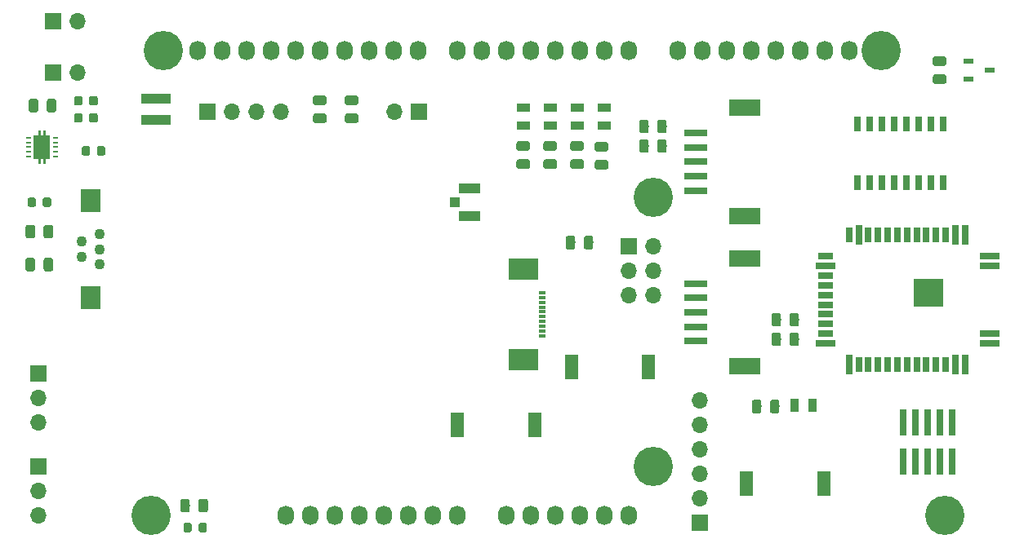
<source format=gts>
G04 #@! TF.GenerationSoftware,KiCad,Pcbnew,(5.1.4)-1*
G04 #@! TF.CreationDate,2021-04-13T15:40:11+02:00*
G04 #@! TF.ProjectId,cSLIM-shield,63534c49-4d2d-4736-9869-656c642e6b69,rev?*
G04 #@! TF.SameCoordinates,Original*
G04 #@! TF.FileFunction,Soldermask,Top*
G04 #@! TF.FilePolarity,Negative*
%FSLAX46Y46*%
G04 Gerber Fmt 4.6, Leading zero omitted, Abs format (unit mm)*
G04 Created by KiCad (PCBNEW (5.1.4)-1) date 2021-04-13 15:40:11*
%MOMM*%
%LPD*%
G04 APERTURE LIST*
%ADD10O,1.727200X2.032000*%
%ADD11C,4.064000*%
%ADD12R,1.700000X1.700000*%
%ADD13O,1.700000X1.700000*%
%ADD14C,0.250000*%
%ADD15C,0.875000*%
%ADD16R,0.700000X2.000000*%
%ADD17R,0.700000X1.500000*%
%ADD18R,1.500000X0.700000*%
%ADD19R,2.000000X0.700000*%
%ADD20R,3.030000X3.000000*%
%ADD21R,1.050000X1.000000*%
%ADD22R,2.200000X1.050000*%
%ADD23R,0.740000X2.795000*%
%ADD24R,2.400000X0.800000*%
%ADD25R,3.300000X1.800000*%
%ADD26R,3.050000X1.140000*%
%ADD27R,1.450000X0.950000*%
%ADD28R,1.400000X0.900000*%
%ADD29C,0.975000*%
%ADD30R,0.750000X1.600000*%
%ADD31R,1.400000X2.500000*%
%ADD32R,0.600000X0.240000*%
%ADD33C,1.650000*%
%ADD34R,1.050000X0.600000*%
%ADD35R,0.900000X1.400000*%
%ADD36C,1.100000*%
%ADD37R,2.000000X2.400000*%
%ADD38R,0.800000X0.300000*%
%ADD39R,3.050000X2.200000*%
G04 APERTURE END LIST*
D10*
X138938000Y-123825000D03*
X141478000Y-123825000D03*
X144018000Y-123825000D03*
X146558000Y-123825000D03*
X149098000Y-123825000D03*
X151638000Y-123825000D03*
X154178000Y-123825000D03*
X156718000Y-123825000D03*
X161798000Y-123825000D03*
X164338000Y-123825000D03*
X166878000Y-123825000D03*
X169418000Y-123825000D03*
X171958000Y-123825000D03*
X174498000Y-123825000D03*
X129794000Y-75565000D03*
X132334000Y-75565000D03*
X134874000Y-75565000D03*
X137414000Y-75565000D03*
X139954000Y-75565000D03*
X142494000Y-75565000D03*
X145034000Y-75565000D03*
X147574000Y-75565000D03*
X150114000Y-75565000D03*
X152654000Y-75565000D03*
X156718000Y-75565000D03*
X159258000Y-75565000D03*
X161798000Y-75565000D03*
X164338000Y-75565000D03*
X166878000Y-75565000D03*
X169418000Y-75565000D03*
X171958000Y-75565000D03*
X174498000Y-75565000D03*
D11*
X124968000Y-123825000D03*
X177038000Y-118745000D03*
X126238000Y-75565000D03*
X177038000Y-90805000D03*
D12*
X174498000Y-95885000D03*
D13*
X177038000Y-95885000D03*
X174498000Y-98425000D03*
X177038000Y-98425000D03*
X174498000Y-100965000D03*
X177038000Y-100965000D03*
D10*
X179578000Y-75565000D03*
X182118000Y-75565000D03*
X184658000Y-75565000D03*
X187198000Y-75565000D03*
X189738000Y-75565000D03*
X192278000Y-75565000D03*
X194818000Y-75565000D03*
X197358000Y-75565000D03*
D11*
X200660000Y-75565000D03*
X207264000Y-123825000D03*
D14*
G36*
X129018691Y-124621053D02*
G01*
X129039926Y-124624203D01*
X129060750Y-124629419D01*
X129080962Y-124636651D01*
X129100368Y-124645830D01*
X129118781Y-124656866D01*
X129136024Y-124669654D01*
X129151930Y-124684070D01*
X129166346Y-124699976D01*
X129179134Y-124717219D01*
X129190170Y-124735632D01*
X129199349Y-124755038D01*
X129206581Y-124775250D01*
X129211797Y-124796074D01*
X129214947Y-124817309D01*
X129216000Y-124838750D01*
X129216000Y-125351250D01*
X129214947Y-125372691D01*
X129211797Y-125393926D01*
X129206581Y-125414750D01*
X129199349Y-125434962D01*
X129190170Y-125454368D01*
X129179134Y-125472781D01*
X129166346Y-125490024D01*
X129151930Y-125505930D01*
X129136024Y-125520346D01*
X129118781Y-125533134D01*
X129100368Y-125544170D01*
X129080962Y-125553349D01*
X129060750Y-125560581D01*
X129039926Y-125565797D01*
X129018691Y-125568947D01*
X128997250Y-125570000D01*
X128559750Y-125570000D01*
X128538309Y-125568947D01*
X128517074Y-125565797D01*
X128496250Y-125560581D01*
X128476038Y-125553349D01*
X128456632Y-125544170D01*
X128438219Y-125533134D01*
X128420976Y-125520346D01*
X128405070Y-125505930D01*
X128390654Y-125490024D01*
X128377866Y-125472781D01*
X128366830Y-125454368D01*
X128357651Y-125434962D01*
X128350419Y-125414750D01*
X128345203Y-125393926D01*
X128342053Y-125372691D01*
X128341000Y-125351250D01*
X128341000Y-124838750D01*
X128342053Y-124817309D01*
X128345203Y-124796074D01*
X128350419Y-124775250D01*
X128357651Y-124755038D01*
X128366830Y-124735632D01*
X128377866Y-124717219D01*
X128390654Y-124699976D01*
X128405070Y-124684070D01*
X128420976Y-124669654D01*
X128438219Y-124656866D01*
X128456632Y-124645830D01*
X128476038Y-124636651D01*
X128496250Y-124629419D01*
X128517074Y-124624203D01*
X128538309Y-124621053D01*
X128559750Y-124620000D01*
X128997250Y-124620000D01*
X129018691Y-124621053D01*
X129018691Y-124621053D01*
G37*
D15*
X128778500Y-125095000D03*
D14*
G36*
X130593691Y-124621053D02*
G01*
X130614926Y-124624203D01*
X130635750Y-124629419D01*
X130655962Y-124636651D01*
X130675368Y-124645830D01*
X130693781Y-124656866D01*
X130711024Y-124669654D01*
X130726930Y-124684070D01*
X130741346Y-124699976D01*
X130754134Y-124717219D01*
X130765170Y-124735632D01*
X130774349Y-124755038D01*
X130781581Y-124775250D01*
X130786797Y-124796074D01*
X130789947Y-124817309D01*
X130791000Y-124838750D01*
X130791000Y-125351250D01*
X130789947Y-125372691D01*
X130786797Y-125393926D01*
X130781581Y-125414750D01*
X130774349Y-125434962D01*
X130765170Y-125454368D01*
X130754134Y-125472781D01*
X130741346Y-125490024D01*
X130726930Y-125505930D01*
X130711024Y-125520346D01*
X130693781Y-125533134D01*
X130675368Y-125544170D01*
X130655962Y-125553349D01*
X130635750Y-125560581D01*
X130614926Y-125565797D01*
X130593691Y-125568947D01*
X130572250Y-125570000D01*
X130134750Y-125570000D01*
X130113309Y-125568947D01*
X130092074Y-125565797D01*
X130071250Y-125560581D01*
X130051038Y-125553349D01*
X130031632Y-125544170D01*
X130013219Y-125533134D01*
X129995976Y-125520346D01*
X129980070Y-125505930D01*
X129965654Y-125490024D01*
X129952866Y-125472781D01*
X129941830Y-125454368D01*
X129932651Y-125434962D01*
X129925419Y-125414750D01*
X129920203Y-125393926D01*
X129917053Y-125372691D01*
X129916000Y-125351250D01*
X129916000Y-124838750D01*
X129917053Y-124817309D01*
X129920203Y-124796074D01*
X129925419Y-124775250D01*
X129932651Y-124755038D01*
X129941830Y-124735632D01*
X129952866Y-124717219D01*
X129965654Y-124699976D01*
X129980070Y-124684070D01*
X129995976Y-124669654D01*
X130013219Y-124656866D01*
X130031632Y-124645830D01*
X130051038Y-124636651D01*
X130071250Y-124629419D01*
X130092074Y-124624203D01*
X130113309Y-124621053D01*
X130134750Y-124620000D01*
X130572250Y-124620000D01*
X130593691Y-124621053D01*
X130593691Y-124621053D01*
G37*
D15*
X130353500Y-125095000D03*
D14*
G36*
X119264691Y-80298053D02*
G01*
X119285926Y-80301203D01*
X119306750Y-80306419D01*
X119326962Y-80313651D01*
X119346368Y-80322830D01*
X119364781Y-80333866D01*
X119382024Y-80346654D01*
X119397930Y-80361070D01*
X119412346Y-80376976D01*
X119425134Y-80394219D01*
X119436170Y-80412632D01*
X119445349Y-80432038D01*
X119452581Y-80452250D01*
X119457797Y-80473074D01*
X119460947Y-80494309D01*
X119462000Y-80515750D01*
X119462000Y-81028250D01*
X119460947Y-81049691D01*
X119457797Y-81070926D01*
X119452581Y-81091750D01*
X119445349Y-81111962D01*
X119436170Y-81131368D01*
X119425134Y-81149781D01*
X119412346Y-81167024D01*
X119397930Y-81182930D01*
X119382024Y-81197346D01*
X119364781Y-81210134D01*
X119346368Y-81221170D01*
X119326962Y-81230349D01*
X119306750Y-81237581D01*
X119285926Y-81242797D01*
X119264691Y-81245947D01*
X119243250Y-81247000D01*
X118805750Y-81247000D01*
X118784309Y-81245947D01*
X118763074Y-81242797D01*
X118742250Y-81237581D01*
X118722038Y-81230349D01*
X118702632Y-81221170D01*
X118684219Y-81210134D01*
X118666976Y-81197346D01*
X118651070Y-81182930D01*
X118636654Y-81167024D01*
X118623866Y-81149781D01*
X118612830Y-81131368D01*
X118603651Y-81111962D01*
X118596419Y-81091750D01*
X118591203Y-81070926D01*
X118588053Y-81049691D01*
X118587000Y-81028250D01*
X118587000Y-80515750D01*
X118588053Y-80494309D01*
X118591203Y-80473074D01*
X118596419Y-80452250D01*
X118603651Y-80432038D01*
X118612830Y-80412632D01*
X118623866Y-80394219D01*
X118636654Y-80376976D01*
X118651070Y-80361070D01*
X118666976Y-80346654D01*
X118684219Y-80333866D01*
X118702632Y-80322830D01*
X118722038Y-80313651D01*
X118742250Y-80306419D01*
X118763074Y-80301203D01*
X118784309Y-80298053D01*
X118805750Y-80297000D01*
X119243250Y-80297000D01*
X119264691Y-80298053D01*
X119264691Y-80298053D01*
G37*
D15*
X119024500Y-80772000D03*
D14*
G36*
X117689691Y-80298053D02*
G01*
X117710926Y-80301203D01*
X117731750Y-80306419D01*
X117751962Y-80313651D01*
X117771368Y-80322830D01*
X117789781Y-80333866D01*
X117807024Y-80346654D01*
X117822930Y-80361070D01*
X117837346Y-80376976D01*
X117850134Y-80394219D01*
X117861170Y-80412632D01*
X117870349Y-80432038D01*
X117877581Y-80452250D01*
X117882797Y-80473074D01*
X117885947Y-80494309D01*
X117887000Y-80515750D01*
X117887000Y-81028250D01*
X117885947Y-81049691D01*
X117882797Y-81070926D01*
X117877581Y-81091750D01*
X117870349Y-81111962D01*
X117861170Y-81131368D01*
X117850134Y-81149781D01*
X117837346Y-81167024D01*
X117822930Y-81182930D01*
X117807024Y-81197346D01*
X117789781Y-81210134D01*
X117771368Y-81221170D01*
X117751962Y-81230349D01*
X117731750Y-81237581D01*
X117710926Y-81242797D01*
X117689691Y-81245947D01*
X117668250Y-81247000D01*
X117230750Y-81247000D01*
X117209309Y-81245947D01*
X117188074Y-81242797D01*
X117167250Y-81237581D01*
X117147038Y-81230349D01*
X117127632Y-81221170D01*
X117109219Y-81210134D01*
X117091976Y-81197346D01*
X117076070Y-81182930D01*
X117061654Y-81167024D01*
X117048866Y-81149781D01*
X117037830Y-81131368D01*
X117028651Y-81111962D01*
X117021419Y-81091750D01*
X117016203Y-81070926D01*
X117013053Y-81049691D01*
X117012000Y-81028250D01*
X117012000Y-80515750D01*
X117013053Y-80494309D01*
X117016203Y-80473074D01*
X117021419Y-80452250D01*
X117028651Y-80432038D01*
X117037830Y-80412632D01*
X117048866Y-80394219D01*
X117061654Y-80376976D01*
X117076070Y-80361070D01*
X117091976Y-80346654D01*
X117109219Y-80333866D01*
X117127632Y-80322830D01*
X117147038Y-80313651D01*
X117167250Y-80306419D01*
X117188074Y-80301203D01*
X117209309Y-80298053D01*
X117230750Y-80297000D01*
X117668250Y-80297000D01*
X117689691Y-80298053D01*
X117689691Y-80298053D01*
G37*
D15*
X117449500Y-80772000D03*
D14*
G36*
X117689691Y-82076053D02*
G01*
X117710926Y-82079203D01*
X117731750Y-82084419D01*
X117751962Y-82091651D01*
X117771368Y-82100830D01*
X117789781Y-82111866D01*
X117807024Y-82124654D01*
X117822930Y-82139070D01*
X117837346Y-82154976D01*
X117850134Y-82172219D01*
X117861170Y-82190632D01*
X117870349Y-82210038D01*
X117877581Y-82230250D01*
X117882797Y-82251074D01*
X117885947Y-82272309D01*
X117887000Y-82293750D01*
X117887000Y-82806250D01*
X117885947Y-82827691D01*
X117882797Y-82848926D01*
X117877581Y-82869750D01*
X117870349Y-82889962D01*
X117861170Y-82909368D01*
X117850134Y-82927781D01*
X117837346Y-82945024D01*
X117822930Y-82960930D01*
X117807024Y-82975346D01*
X117789781Y-82988134D01*
X117771368Y-82999170D01*
X117751962Y-83008349D01*
X117731750Y-83015581D01*
X117710926Y-83020797D01*
X117689691Y-83023947D01*
X117668250Y-83025000D01*
X117230750Y-83025000D01*
X117209309Y-83023947D01*
X117188074Y-83020797D01*
X117167250Y-83015581D01*
X117147038Y-83008349D01*
X117127632Y-82999170D01*
X117109219Y-82988134D01*
X117091976Y-82975346D01*
X117076070Y-82960930D01*
X117061654Y-82945024D01*
X117048866Y-82927781D01*
X117037830Y-82909368D01*
X117028651Y-82889962D01*
X117021419Y-82869750D01*
X117016203Y-82848926D01*
X117013053Y-82827691D01*
X117012000Y-82806250D01*
X117012000Y-82293750D01*
X117013053Y-82272309D01*
X117016203Y-82251074D01*
X117021419Y-82230250D01*
X117028651Y-82210038D01*
X117037830Y-82190632D01*
X117048866Y-82172219D01*
X117061654Y-82154976D01*
X117076070Y-82139070D01*
X117091976Y-82124654D01*
X117109219Y-82111866D01*
X117127632Y-82100830D01*
X117147038Y-82091651D01*
X117167250Y-82084419D01*
X117188074Y-82079203D01*
X117209309Y-82076053D01*
X117230750Y-82075000D01*
X117668250Y-82075000D01*
X117689691Y-82076053D01*
X117689691Y-82076053D01*
G37*
D15*
X117449500Y-82550000D03*
D14*
G36*
X119264691Y-82076053D02*
G01*
X119285926Y-82079203D01*
X119306750Y-82084419D01*
X119326962Y-82091651D01*
X119346368Y-82100830D01*
X119364781Y-82111866D01*
X119382024Y-82124654D01*
X119397930Y-82139070D01*
X119412346Y-82154976D01*
X119425134Y-82172219D01*
X119436170Y-82190632D01*
X119445349Y-82210038D01*
X119452581Y-82230250D01*
X119457797Y-82251074D01*
X119460947Y-82272309D01*
X119462000Y-82293750D01*
X119462000Y-82806250D01*
X119460947Y-82827691D01*
X119457797Y-82848926D01*
X119452581Y-82869750D01*
X119445349Y-82889962D01*
X119436170Y-82909368D01*
X119425134Y-82927781D01*
X119412346Y-82945024D01*
X119397930Y-82960930D01*
X119382024Y-82975346D01*
X119364781Y-82988134D01*
X119346368Y-82999170D01*
X119326962Y-83008349D01*
X119306750Y-83015581D01*
X119285926Y-83020797D01*
X119264691Y-83023947D01*
X119243250Y-83025000D01*
X118805750Y-83025000D01*
X118784309Y-83023947D01*
X118763074Y-83020797D01*
X118742250Y-83015581D01*
X118722038Y-83008349D01*
X118702632Y-82999170D01*
X118684219Y-82988134D01*
X118666976Y-82975346D01*
X118651070Y-82960930D01*
X118636654Y-82945024D01*
X118623866Y-82927781D01*
X118612830Y-82909368D01*
X118603651Y-82889962D01*
X118596419Y-82869750D01*
X118591203Y-82848926D01*
X118588053Y-82827691D01*
X118587000Y-82806250D01*
X118587000Y-82293750D01*
X118588053Y-82272309D01*
X118591203Y-82251074D01*
X118596419Y-82230250D01*
X118603651Y-82210038D01*
X118612830Y-82190632D01*
X118623866Y-82172219D01*
X118636654Y-82154976D01*
X118651070Y-82139070D01*
X118666976Y-82124654D01*
X118684219Y-82111866D01*
X118702632Y-82100830D01*
X118722038Y-82091651D01*
X118742250Y-82084419D01*
X118763074Y-82079203D01*
X118784309Y-82076053D01*
X118805750Y-82075000D01*
X119243250Y-82075000D01*
X119264691Y-82076053D01*
X119264691Y-82076053D01*
G37*
D15*
X119024500Y-82550000D03*
D14*
G36*
X118477691Y-85505053D02*
G01*
X118498926Y-85508203D01*
X118519750Y-85513419D01*
X118539962Y-85520651D01*
X118559368Y-85529830D01*
X118577781Y-85540866D01*
X118595024Y-85553654D01*
X118610930Y-85568070D01*
X118625346Y-85583976D01*
X118638134Y-85601219D01*
X118649170Y-85619632D01*
X118658349Y-85639038D01*
X118665581Y-85659250D01*
X118670797Y-85680074D01*
X118673947Y-85701309D01*
X118675000Y-85722750D01*
X118675000Y-86235250D01*
X118673947Y-86256691D01*
X118670797Y-86277926D01*
X118665581Y-86298750D01*
X118658349Y-86318962D01*
X118649170Y-86338368D01*
X118638134Y-86356781D01*
X118625346Y-86374024D01*
X118610930Y-86389930D01*
X118595024Y-86404346D01*
X118577781Y-86417134D01*
X118559368Y-86428170D01*
X118539962Y-86437349D01*
X118519750Y-86444581D01*
X118498926Y-86449797D01*
X118477691Y-86452947D01*
X118456250Y-86454000D01*
X118018750Y-86454000D01*
X117997309Y-86452947D01*
X117976074Y-86449797D01*
X117955250Y-86444581D01*
X117935038Y-86437349D01*
X117915632Y-86428170D01*
X117897219Y-86417134D01*
X117879976Y-86404346D01*
X117864070Y-86389930D01*
X117849654Y-86374024D01*
X117836866Y-86356781D01*
X117825830Y-86338368D01*
X117816651Y-86318962D01*
X117809419Y-86298750D01*
X117804203Y-86277926D01*
X117801053Y-86256691D01*
X117800000Y-86235250D01*
X117800000Y-85722750D01*
X117801053Y-85701309D01*
X117804203Y-85680074D01*
X117809419Y-85659250D01*
X117816651Y-85639038D01*
X117825830Y-85619632D01*
X117836866Y-85601219D01*
X117849654Y-85583976D01*
X117864070Y-85568070D01*
X117879976Y-85553654D01*
X117897219Y-85540866D01*
X117915632Y-85529830D01*
X117935038Y-85520651D01*
X117955250Y-85513419D01*
X117976074Y-85508203D01*
X117997309Y-85505053D01*
X118018750Y-85504000D01*
X118456250Y-85504000D01*
X118477691Y-85505053D01*
X118477691Y-85505053D01*
G37*
D15*
X118237500Y-85979000D03*
D14*
G36*
X120052691Y-85505053D02*
G01*
X120073926Y-85508203D01*
X120094750Y-85513419D01*
X120114962Y-85520651D01*
X120134368Y-85529830D01*
X120152781Y-85540866D01*
X120170024Y-85553654D01*
X120185930Y-85568070D01*
X120200346Y-85583976D01*
X120213134Y-85601219D01*
X120224170Y-85619632D01*
X120233349Y-85639038D01*
X120240581Y-85659250D01*
X120245797Y-85680074D01*
X120248947Y-85701309D01*
X120250000Y-85722750D01*
X120250000Y-86235250D01*
X120248947Y-86256691D01*
X120245797Y-86277926D01*
X120240581Y-86298750D01*
X120233349Y-86318962D01*
X120224170Y-86338368D01*
X120213134Y-86356781D01*
X120200346Y-86374024D01*
X120185930Y-86389930D01*
X120170024Y-86404346D01*
X120152781Y-86417134D01*
X120134368Y-86428170D01*
X120114962Y-86437349D01*
X120094750Y-86444581D01*
X120073926Y-86449797D01*
X120052691Y-86452947D01*
X120031250Y-86454000D01*
X119593750Y-86454000D01*
X119572309Y-86452947D01*
X119551074Y-86449797D01*
X119530250Y-86444581D01*
X119510038Y-86437349D01*
X119490632Y-86428170D01*
X119472219Y-86417134D01*
X119454976Y-86404346D01*
X119439070Y-86389930D01*
X119424654Y-86374024D01*
X119411866Y-86356781D01*
X119400830Y-86338368D01*
X119391651Y-86318962D01*
X119384419Y-86298750D01*
X119379203Y-86277926D01*
X119376053Y-86256691D01*
X119375000Y-86235250D01*
X119375000Y-85722750D01*
X119376053Y-85701309D01*
X119379203Y-85680074D01*
X119384419Y-85659250D01*
X119391651Y-85639038D01*
X119400830Y-85619632D01*
X119411866Y-85601219D01*
X119424654Y-85583976D01*
X119439070Y-85568070D01*
X119454976Y-85553654D01*
X119472219Y-85540866D01*
X119490632Y-85529830D01*
X119510038Y-85520651D01*
X119530250Y-85513419D01*
X119551074Y-85508203D01*
X119572309Y-85505053D01*
X119593750Y-85504000D01*
X120031250Y-85504000D01*
X120052691Y-85505053D01*
X120052691Y-85505053D01*
G37*
D15*
X119812500Y-85979000D03*
D16*
X209374000Y-94690000D03*
X208374000Y-94690000D03*
D17*
X207374000Y-94690000D03*
X206374000Y-94690000D03*
X205374000Y-94690000D03*
X204374000Y-94690000D03*
X203374000Y-94690000D03*
X202374000Y-94690000D03*
X201374000Y-94690000D03*
X200374000Y-94690000D03*
X199374000Y-94690000D03*
D16*
X198374000Y-94690000D03*
D17*
X197374000Y-94690000D03*
D18*
X194954000Y-96940000D03*
D19*
X194954000Y-97940000D03*
D18*
X194954000Y-98940000D03*
X194954000Y-99940000D03*
X194954000Y-100940000D03*
X194954000Y-101940000D03*
X194954000Y-102940000D03*
X194954000Y-103940000D03*
X194954000Y-104940000D03*
D19*
X194954000Y-105940000D03*
D16*
X197374000Y-108190000D03*
D17*
X198374000Y-108190000D03*
X199374000Y-108190000D03*
X200374000Y-108190000D03*
X201374000Y-108190000D03*
X202374000Y-108190000D03*
X203374000Y-108190000D03*
X204374000Y-108190000D03*
X205374000Y-108190000D03*
X206374000Y-108190000D03*
X207374000Y-108190000D03*
D16*
X208374000Y-108190000D03*
X209374000Y-108190000D03*
D19*
X211954000Y-105940000D03*
X211954000Y-104940000D03*
X211954000Y-97940000D03*
X211954000Y-96940000D03*
D20*
X205624000Y-100740000D03*
D13*
X113284000Y-123825000D03*
X113284000Y-121285000D03*
D12*
X113284000Y-118745000D03*
X113284000Y-109093000D03*
D13*
X113284000Y-111633000D03*
X113284000Y-114173000D03*
D12*
X114808000Y-72517000D03*
D13*
X117348000Y-72517000D03*
D12*
X130810000Y-81915000D03*
D13*
X133350000Y-81915000D03*
X135890000Y-81915000D03*
X138430000Y-81915000D03*
D12*
X181864000Y-124587000D03*
D13*
X181864000Y-122047000D03*
X181864000Y-119507000D03*
X181864000Y-116967000D03*
X181864000Y-114427000D03*
X181864000Y-111887000D03*
D21*
X156464000Y-91313000D03*
D22*
X157989000Y-89838000D03*
X157989000Y-92788000D03*
D23*
X202946000Y-118237500D03*
X202946000Y-114172500D03*
X204216000Y-118237500D03*
X204216000Y-114172500D03*
X205486000Y-118237500D03*
X205486000Y-114172500D03*
X206756000Y-118237500D03*
X206756000Y-114172500D03*
X208026000Y-118237500D03*
X208026000Y-114172500D03*
D24*
X181458000Y-99743000D03*
X181458000Y-101243000D03*
X181458000Y-102743000D03*
X181458000Y-104243000D03*
X181458000Y-105743000D03*
D25*
X186508000Y-97143000D03*
X186508000Y-108343000D03*
D26*
X125476000Y-80581000D03*
X125476000Y-82741000D03*
D27*
X171958000Y-81473000D03*
X171958000Y-83373000D03*
D28*
X169164000Y-81473000D03*
X169164000Y-83373000D03*
X166370000Y-83373000D03*
X166370000Y-81473000D03*
X163576000Y-81473000D03*
X163576000Y-83373000D03*
D14*
G36*
X190084142Y-104838174D02*
G01*
X190107803Y-104841684D01*
X190131007Y-104847496D01*
X190153529Y-104855554D01*
X190175153Y-104865782D01*
X190195670Y-104878079D01*
X190214883Y-104892329D01*
X190232607Y-104908393D01*
X190248671Y-104926117D01*
X190262921Y-104945330D01*
X190275218Y-104965847D01*
X190285446Y-104987471D01*
X190293504Y-105009993D01*
X190299316Y-105033197D01*
X190302826Y-105056858D01*
X190304000Y-105080750D01*
X190304000Y-105993250D01*
X190302826Y-106017142D01*
X190299316Y-106040803D01*
X190293504Y-106064007D01*
X190285446Y-106086529D01*
X190275218Y-106108153D01*
X190262921Y-106128670D01*
X190248671Y-106147883D01*
X190232607Y-106165607D01*
X190214883Y-106181671D01*
X190195670Y-106195921D01*
X190175153Y-106208218D01*
X190153529Y-106218446D01*
X190131007Y-106226504D01*
X190107803Y-106232316D01*
X190084142Y-106235826D01*
X190060250Y-106237000D01*
X189572750Y-106237000D01*
X189548858Y-106235826D01*
X189525197Y-106232316D01*
X189501993Y-106226504D01*
X189479471Y-106218446D01*
X189457847Y-106208218D01*
X189437330Y-106195921D01*
X189418117Y-106181671D01*
X189400393Y-106165607D01*
X189384329Y-106147883D01*
X189370079Y-106128670D01*
X189357782Y-106108153D01*
X189347554Y-106086529D01*
X189339496Y-106064007D01*
X189333684Y-106040803D01*
X189330174Y-106017142D01*
X189329000Y-105993250D01*
X189329000Y-105080750D01*
X189330174Y-105056858D01*
X189333684Y-105033197D01*
X189339496Y-105009993D01*
X189347554Y-104987471D01*
X189357782Y-104965847D01*
X189370079Y-104945330D01*
X189384329Y-104926117D01*
X189400393Y-104908393D01*
X189418117Y-104892329D01*
X189437330Y-104878079D01*
X189457847Y-104865782D01*
X189479471Y-104855554D01*
X189501993Y-104847496D01*
X189525197Y-104841684D01*
X189548858Y-104838174D01*
X189572750Y-104837000D01*
X190060250Y-104837000D01*
X190084142Y-104838174D01*
X190084142Y-104838174D01*
G37*
D29*
X189816500Y-105537000D03*
D14*
G36*
X191959142Y-104838174D02*
G01*
X191982803Y-104841684D01*
X192006007Y-104847496D01*
X192028529Y-104855554D01*
X192050153Y-104865782D01*
X192070670Y-104878079D01*
X192089883Y-104892329D01*
X192107607Y-104908393D01*
X192123671Y-104926117D01*
X192137921Y-104945330D01*
X192150218Y-104965847D01*
X192160446Y-104987471D01*
X192168504Y-105009993D01*
X192174316Y-105033197D01*
X192177826Y-105056858D01*
X192179000Y-105080750D01*
X192179000Y-105993250D01*
X192177826Y-106017142D01*
X192174316Y-106040803D01*
X192168504Y-106064007D01*
X192160446Y-106086529D01*
X192150218Y-106108153D01*
X192137921Y-106128670D01*
X192123671Y-106147883D01*
X192107607Y-106165607D01*
X192089883Y-106181671D01*
X192070670Y-106195921D01*
X192050153Y-106208218D01*
X192028529Y-106218446D01*
X192006007Y-106226504D01*
X191982803Y-106232316D01*
X191959142Y-106235826D01*
X191935250Y-106237000D01*
X191447750Y-106237000D01*
X191423858Y-106235826D01*
X191400197Y-106232316D01*
X191376993Y-106226504D01*
X191354471Y-106218446D01*
X191332847Y-106208218D01*
X191312330Y-106195921D01*
X191293117Y-106181671D01*
X191275393Y-106165607D01*
X191259329Y-106147883D01*
X191245079Y-106128670D01*
X191232782Y-106108153D01*
X191222554Y-106086529D01*
X191214496Y-106064007D01*
X191208684Y-106040803D01*
X191205174Y-106017142D01*
X191204000Y-105993250D01*
X191204000Y-105080750D01*
X191205174Y-105056858D01*
X191208684Y-105033197D01*
X191214496Y-105009993D01*
X191222554Y-104987471D01*
X191232782Y-104965847D01*
X191245079Y-104945330D01*
X191259329Y-104926117D01*
X191275393Y-104908393D01*
X191293117Y-104892329D01*
X191312330Y-104878079D01*
X191332847Y-104865782D01*
X191354471Y-104855554D01*
X191376993Y-104847496D01*
X191400197Y-104841684D01*
X191423858Y-104838174D01*
X191447750Y-104837000D01*
X191935250Y-104837000D01*
X191959142Y-104838174D01*
X191959142Y-104838174D01*
G37*
D29*
X191691500Y-105537000D03*
D14*
G36*
X190084142Y-102806174D02*
G01*
X190107803Y-102809684D01*
X190131007Y-102815496D01*
X190153529Y-102823554D01*
X190175153Y-102833782D01*
X190195670Y-102846079D01*
X190214883Y-102860329D01*
X190232607Y-102876393D01*
X190248671Y-102894117D01*
X190262921Y-102913330D01*
X190275218Y-102933847D01*
X190285446Y-102955471D01*
X190293504Y-102977993D01*
X190299316Y-103001197D01*
X190302826Y-103024858D01*
X190304000Y-103048750D01*
X190304000Y-103961250D01*
X190302826Y-103985142D01*
X190299316Y-104008803D01*
X190293504Y-104032007D01*
X190285446Y-104054529D01*
X190275218Y-104076153D01*
X190262921Y-104096670D01*
X190248671Y-104115883D01*
X190232607Y-104133607D01*
X190214883Y-104149671D01*
X190195670Y-104163921D01*
X190175153Y-104176218D01*
X190153529Y-104186446D01*
X190131007Y-104194504D01*
X190107803Y-104200316D01*
X190084142Y-104203826D01*
X190060250Y-104205000D01*
X189572750Y-104205000D01*
X189548858Y-104203826D01*
X189525197Y-104200316D01*
X189501993Y-104194504D01*
X189479471Y-104186446D01*
X189457847Y-104176218D01*
X189437330Y-104163921D01*
X189418117Y-104149671D01*
X189400393Y-104133607D01*
X189384329Y-104115883D01*
X189370079Y-104096670D01*
X189357782Y-104076153D01*
X189347554Y-104054529D01*
X189339496Y-104032007D01*
X189333684Y-104008803D01*
X189330174Y-103985142D01*
X189329000Y-103961250D01*
X189329000Y-103048750D01*
X189330174Y-103024858D01*
X189333684Y-103001197D01*
X189339496Y-102977993D01*
X189347554Y-102955471D01*
X189357782Y-102933847D01*
X189370079Y-102913330D01*
X189384329Y-102894117D01*
X189400393Y-102876393D01*
X189418117Y-102860329D01*
X189437330Y-102846079D01*
X189457847Y-102833782D01*
X189479471Y-102823554D01*
X189501993Y-102815496D01*
X189525197Y-102809684D01*
X189548858Y-102806174D01*
X189572750Y-102805000D01*
X190060250Y-102805000D01*
X190084142Y-102806174D01*
X190084142Y-102806174D01*
G37*
D29*
X189816500Y-103505000D03*
D14*
G36*
X191959142Y-102806174D02*
G01*
X191982803Y-102809684D01*
X192006007Y-102815496D01*
X192028529Y-102823554D01*
X192050153Y-102833782D01*
X192070670Y-102846079D01*
X192089883Y-102860329D01*
X192107607Y-102876393D01*
X192123671Y-102894117D01*
X192137921Y-102913330D01*
X192150218Y-102933847D01*
X192160446Y-102955471D01*
X192168504Y-102977993D01*
X192174316Y-103001197D01*
X192177826Y-103024858D01*
X192179000Y-103048750D01*
X192179000Y-103961250D01*
X192177826Y-103985142D01*
X192174316Y-104008803D01*
X192168504Y-104032007D01*
X192160446Y-104054529D01*
X192150218Y-104076153D01*
X192137921Y-104096670D01*
X192123671Y-104115883D01*
X192107607Y-104133607D01*
X192089883Y-104149671D01*
X192070670Y-104163921D01*
X192050153Y-104176218D01*
X192028529Y-104186446D01*
X192006007Y-104194504D01*
X191982803Y-104200316D01*
X191959142Y-104203826D01*
X191935250Y-104205000D01*
X191447750Y-104205000D01*
X191423858Y-104203826D01*
X191400197Y-104200316D01*
X191376993Y-104194504D01*
X191354471Y-104186446D01*
X191332847Y-104176218D01*
X191312330Y-104163921D01*
X191293117Y-104149671D01*
X191275393Y-104133607D01*
X191259329Y-104115883D01*
X191245079Y-104096670D01*
X191232782Y-104076153D01*
X191222554Y-104054529D01*
X191214496Y-104032007D01*
X191208684Y-104008803D01*
X191205174Y-103985142D01*
X191204000Y-103961250D01*
X191204000Y-103048750D01*
X191205174Y-103024858D01*
X191208684Y-103001197D01*
X191214496Y-102977993D01*
X191222554Y-102955471D01*
X191232782Y-102933847D01*
X191245079Y-102913330D01*
X191259329Y-102894117D01*
X191275393Y-102876393D01*
X191293117Y-102860329D01*
X191312330Y-102846079D01*
X191332847Y-102833782D01*
X191354471Y-102823554D01*
X191376993Y-102815496D01*
X191400197Y-102809684D01*
X191423858Y-102806174D01*
X191447750Y-102805000D01*
X191935250Y-102805000D01*
X191959142Y-102806174D01*
X191959142Y-102806174D01*
G37*
D29*
X191691500Y-103505000D03*
D14*
G36*
X172184142Y-85063174D02*
G01*
X172207803Y-85066684D01*
X172231007Y-85072496D01*
X172253529Y-85080554D01*
X172275153Y-85090782D01*
X172295670Y-85103079D01*
X172314883Y-85117329D01*
X172332607Y-85133393D01*
X172348671Y-85151117D01*
X172362921Y-85170330D01*
X172375218Y-85190847D01*
X172385446Y-85212471D01*
X172393504Y-85234993D01*
X172399316Y-85258197D01*
X172402826Y-85281858D01*
X172404000Y-85305750D01*
X172404000Y-85793250D01*
X172402826Y-85817142D01*
X172399316Y-85840803D01*
X172393504Y-85864007D01*
X172385446Y-85886529D01*
X172375218Y-85908153D01*
X172362921Y-85928670D01*
X172348671Y-85947883D01*
X172332607Y-85965607D01*
X172314883Y-85981671D01*
X172295670Y-85995921D01*
X172275153Y-86008218D01*
X172253529Y-86018446D01*
X172231007Y-86026504D01*
X172207803Y-86032316D01*
X172184142Y-86035826D01*
X172160250Y-86037000D01*
X171247750Y-86037000D01*
X171223858Y-86035826D01*
X171200197Y-86032316D01*
X171176993Y-86026504D01*
X171154471Y-86018446D01*
X171132847Y-86008218D01*
X171112330Y-85995921D01*
X171093117Y-85981671D01*
X171075393Y-85965607D01*
X171059329Y-85947883D01*
X171045079Y-85928670D01*
X171032782Y-85908153D01*
X171022554Y-85886529D01*
X171014496Y-85864007D01*
X171008684Y-85840803D01*
X171005174Y-85817142D01*
X171004000Y-85793250D01*
X171004000Y-85305750D01*
X171005174Y-85281858D01*
X171008684Y-85258197D01*
X171014496Y-85234993D01*
X171022554Y-85212471D01*
X171032782Y-85190847D01*
X171045079Y-85170330D01*
X171059329Y-85151117D01*
X171075393Y-85133393D01*
X171093117Y-85117329D01*
X171112330Y-85103079D01*
X171132847Y-85090782D01*
X171154471Y-85080554D01*
X171176993Y-85072496D01*
X171200197Y-85066684D01*
X171223858Y-85063174D01*
X171247750Y-85062000D01*
X172160250Y-85062000D01*
X172184142Y-85063174D01*
X172184142Y-85063174D01*
G37*
D29*
X171704000Y-85549500D03*
D14*
G36*
X172184142Y-86938174D02*
G01*
X172207803Y-86941684D01*
X172231007Y-86947496D01*
X172253529Y-86955554D01*
X172275153Y-86965782D01*
X172295670Y-86978079D01*
X172314883Y-86992329D01*
X172332607Y-87008393D01*
X172348671Y-87026117D01*
X172362921Y-87045330D01*
X172375218Y-87065847D01*
X172385446Y-87087471D01*
X172393504Y-87109993D01*
X172399316Y-87133197D01*
X172402826Y-87156858D01*
X172404000Y-87180750D01*
X172404000Y-87668250D01*
X172402826Y-87692142D01*
X172399316Y-87715803D01*
X172393504Y-87739007D01*
X172385446Y-87761529D01*
X172375218Y-87783153D01*
X172362921Y-87803670D01*
X172348671Y-87822883D01*
X172332607Y-87840607D01*
X172314883Y-87856671D01*
X172295670Y-87870921D01*
X172275153Y-87883218D01*
X172253529Y-87893446D01*
X172231007Y-87901504D01*
X172207803Y-87907316D01*
X172184142Y-87910826D01*
X172160250Y-87912000D01*
X171247750Y-87912000D01*
X171223858Y-87910826D01*
X171200197Y-87907316D01*
X171176993Y-87901504D01*
X171154471Y-87893446D01*
X171132847Y-87883218D01*
X171112330Y-87870921D01*
X171093117Y-87856671D01*
X171075393Y-87840607D01*
X171059329Y-87822883D01*
X171045079Y-87803670D01*
X171032782Y-87783153D01*
X171022554Y-87761529D01*
X171014496Y-87739007D01*
X171008684Y-87715803D01*
X171005174Y-87692142D01*
X171004000Y-87668250D01*
X171004000Y-87180750D01*
X171005174Y-87156858D01*
X171008684Y-87133197D01*
X171014496Y-87109993D01*
X171022554Y-87087471D01*
X171032782Y-87065847D01*
X171045079Y-87045330D01*
X171059329Y-87026117D01*
X171075393Y-87008393D01*
X171093117Y-86992329D01*
X171112330Y-86978079D01*
X171132847Y-86965782D01*
X171154471Y-86955554D01*
X171176993Y-86947496D01*
X171200197Y-86941684D01*
X171223858Y-86938174D01*
X171247750Y-86937000D01*
X172160250Y-86937000D01*
X172184142Y-86938174D01*
X172184142Y-86938174D01*
G37*
D29*
X171704000Y-87424500D03*
D14*
G36*
X169644142Y-86859674D02*
G01*
X169667803Y-86863184D01*
X169691007Y-86868996D01*
X169713529Y-86877054D01*
X169735153Y-86887282D01*
X169755670Y-86899579D01*
X169774883Y-86913829D01*
X169792607Y-86929893D01*
X169808671Y-86947617D01*
X169822921Y-86966830D01*
X169835218Y-86987347D01*
X169845446Y-87008971D01*
X169853504Y-87031493D01*
X169859316Y-87054697D01*
X169862826Y-87078358D01*
X169864000Y-87102250D01*
X169864000Y-87589750D01*
X169862826Y-87613642D01*
X169859316Y-87637303D01*
X169853504Y-87660507D01*
X169845446Y-87683029D01*
X169835218Y-87704653D01*
X169822921Y-87725170D01*
X169808671Y-87744383D01*
X169792607Y-87762107D01*
X169774883Y-87778171D01*
X169755670Y-87792421D01*
X169735153Y-87804718D01*
X169713529Y-87814946D01*
X169691007Y-87823004D01*
X169667803Y-87828816D01*
X169644142Y-87832326D01*
X169620250Y-87833500D01*
X168707750Y-87833500D01*
X168683858Y-87832326D01*
X168660197Y-87828816D01*
X168636993Y-87823004D01*
X168614471Y-87814946D01*
X168592847Y-87804718D01*
X168572330Y-87792421D01*
X168553117Y-87778171D01*
X168535393Y-87762107D01*
X168519329Y-87744383D01*
X168505079Y-87725170D01*
X168492782Y-87704653D01*
X168482554Y-87683029D01*
X168474496Y-87660507D01*
X168468684Y-87637303D01*
X168465174Y-87613642D01*
X168464000Y-87589750D01*
X168464000Y-87102250D01*
X168465174Y-87078358D01*
X168468684Y-87054697D01*
X168474496Y-87031493D01*
X168482554Y-87008971D01*
X168492782Y-86987347D01*
X168505079Y-86966830D01*
X168519329Y-86947617D01*
X168535393Y-86929893D01*
X168553117Y-86913829D01*
X168572330Y-86899579D01*
X168592847Y-86887282D01*
X168614471Y-86877054D01*
X168636993Y-86868996D01*
X168660197Y-86863184D01*
X168683858Y-86859674D01*
X168707750Y-86858500D01*
X169620250Y-86858500D01*
X169644142Y-86859674D01*
X169644142Y-86859674D01*
G37*
D29*
X169164000Y-87346000D03*
D14*
G36*
X169644142Y-84984674D02*
G01*
X169667803Y-84988184D01*
X169691007Y-84993996D01*
X169713529Y-85002054D01*
X169735153Y-85012282D01*
X169755670Y-85024579D01*
X169774883Y-85038829D01*
X169792607Y-85054893D01*
X169808671Y-85072617D01*
X169822921Y-85091830D01*
X169835218Y-85112347D01*
X169845446Y-85133971D01*
X169853504Y-85156493D01*
X169859316Y-85179697D01*
X169862826Y-85203358D01*
X169864000Y-85227250D01*
X169864000Y-85714750D01*
X169862826Y-85738642D01*
X169859316Y-85762303D01*
X169853504Y-85785507D01*
X169845446Y-85808029D01*
X169835218Y-85829653D01*
X169822921Y-85850170D01*
X169808671Y-85869383D01*
X169792607Y-85887107D01*
X169774883Y-85903171D01*
X169755670Y-85917421D01*
X169735153Y-85929718D01*
X169713529Y-85939946D01*
X169691007Y-85948004D01*
X169667803Y-85953816D01*
X169644142Y-85957326D01*
X169620250Y-85958500D01*
X168707750Y-85958500D01*
X168683858Y-85957326D01*
X168660197Y-85953816D01*
X168636993Y-85948004D01*
X168614471Y-85939946D01*
X168592847Y-85929718D01*
X168572330Y-85917421D01*
X168553117Y-85903171D01*
X168535393Y-85887107D01*
X168519329Y-85869383D01*
X168505079Y-85850170D01*
X168492782Y-85829653D01*
X168482554Y-85808029D01*
X168474496Y-85785507D01*
X168468684Y-85762303D01*
X168465174Y-85738642D01*
X168464000Y-85714750D01*
X168464000Y-85227250D01*
X168465174Y-85203358D01*
X168468684Y-85179697D01*
X168474496Y-85156493D01*
X168482554Y-85133971D01*
X168492782Y-85112347D01*
X168505079Y-85091830D01*
X168519329Y-85072617D01*
X168535393Y-85054893D01*
X168553117Y-85038829D01*
X168572330Y-85024579D01*
X168592847Y-85012282D01*
X168614471Y-85002054D01*
X168636993Y-84993996D01*
X168660197Y-84988184D01*
X168683858Y-84984674D01*
X168707750Y-84983500D01*
X169620250Y-84983500D01*
X169644142Y-84984674D01*
X169644142Y-84984674D01*
G37*
D29*
X169164000Y-85471000D03*
D14*
G36*
X166850142Y-84984674D02*
G01*
X166873803Y-84988184D01*
X166897007Y-84993996D01*
X166919529Y-85002054D01*
X166941153Y-85012282D01*
X166961670Y-85024579D01*
X166980883Y-85038829D01*
X166998607Y-85054893D01*
X167014671Y-85072617D01*
X167028921Y-85091830D01*
X167041218Y-85112347D01*
X167051446Y-85133971D01*
X167059504Y-85156493D01*
X167065316Y-85179697D01*
X167068826Y-85203358D01*
X167070000Y-85227250D01*
X167070000Y-85714750D01*
X167068826Y-85738642D01*
X167065316Y-85762303D01*
X167059504Y-85785507D01*
X167051446Y-85808029D01*
X167041218Y-85829653D01*
X167028921Y-85850170D01*
X167014671Y-85869383D01*
X166998607Y-85887107D01*
X166980883Y-85903171D01*
X166961670Y-85917421D01*
X166941153Y-85929718D01*
X166919529Y-85939946D01*
X166897007Y-85948004D01*
X166873803Y-85953816D01*
X166850142Y-85957326D01*
X166826250Y-85958500D01*
X165913750Y-85958500D01*
X165889858Y-85957326D01*
X165866197Y-85953816D01*
X165842993Y-85948004D01*
X165820471Y-85939946D01*
X165798847Y-85929718D01*
X165778330Y-85917421D01*
X165759117Y-85903171D01*
X165741393Y-85887107D01*
X165725329Y-85869383D01*
X165711079Y-85850170D01*
X165698782Y-85829653D01*
X165688554Y-85808029D01*
X165680496Y-85785507D01*
X165674684Y-85762303D01*
X165671174Y-85738642D01*
X165670000Y-85714750D01*
X165670000Y-85227250D01*
X165671174Y-85203358D01*
X165674684Y-85179697D01*
X165680496Y-85156493D01*
X165688554Y-85133971D01*
X165698782Y-85112347D01*
X165711079Y-85091830D01*
X165725329Y-85072617D01*
X165741393Y-85054893D01*
X165759117Y-85038829D01*
X165778330Y-85024579D01*
X165798847Y-85012282D01*
X165820471Y-85002054D01*
X165842993Y-84993996D01*
X165866197Y-84988184D01*
X165889858Y-84984674D01*
X165913750Y-84983500D01*
X166826250Y-84983500D01*
X166850142Y-84984674D01*
X166850142Y-84984674D01*
G37*
D29*
X166370000Y-85471000D03*
D14*
G36*
X166850142Y-86859674D02*
G01*
X166873803Y-86863184D01*
X166897007Y-86868996D01*
X166919529Y-86877054D01*
X166941153Y-86887282D01*
X166961670Y-86899579D01*
X166980883Y-86913829D01*
X166998607Y-86929893D01*
X167014671Y-86947617D01*
X167028921Y-86966830D01*
X167041218Y-86987347D01*
X167051446Y-87008971D01*
X167059504Y-87031493D01*
X167065316Y-87054697D01*
X167068826Y-87078358D01*
X167070000Y-87102250D01*
X167070000Y-87589750D01*
X167068826Y-87613642D01*
X167065316Y-87637303D01*
X167059504Y-87660507D01*
X167051446Y-87683029D01*
X167041218Y-87704653D01*
X167028921Y-87725170D01*
X167014671Y-87744383D01*
X166998607Y-87762107D01*
X166980883Y-87778171D01*
X166961670Y-87792421D01*
X166941153Y-87804718D01*
X166919529Y-87814946D01*
X166897007Y-87823004D01*
X166873803Y-87828816D01*
X166850142Y-87832326D01*
X166826250Y-87833500D01*
X165913750Y-87833500D01*
X165889858Y-87832326D01*
X165866197Y-87828816D01*
X165842993Y-87823004D01*
X165820471Y-87814946D01*
X165798847Y-87804718D01*
X165778330Y-87792421D01*
X165759117Y-87778171D01*
X165741393Y-87762107D01*
X165725329Y-87744383D01*
X165711079Y-87725170D01*
X165698782Y-87704653D01*
X165688554Y-87683029D01*
X165680496Y-87660507D01*
X165674684Y-87637303D01*
X165671174Y-87613642D01*
X165670000Y-87589750D01*
X165670000Y-87102250D01*
X165671174Y-87078358D01*
X165674684Y-87054697D01*
X165680496Y-87031493D01*
X165688554Y-87008971D01*
X165698782Y-86987347D01*
X165711079Y-86966830D01*
X165725329Y-86947617D01*
X165741393Y-86929893D01*
X165759117Y-86913829D01*
X165778330Y-86899579D01*
X165798847Y-86887282D01*
X165820471Y-86877054D01*
X165842993Y-86868996D01*
X165866197Y-86863184D01*
X165889858Y-86859674D01*
X165913750Y-86858500D01*
X166826250Y-86858500D01*
X166850142Y-86859674D01*
X166850142Y-86859674D01*
G37*
D29*
X166370000Y-87346000D03*
D14*
G36*
X164056142Y-86859674D02*
G01*
X164079803Y-86863184D01*
X164103007Y-86868996D01*
X164125529Y-86877054D01*
X164147153Y-86887282D01*
X164167670Y-86899579D01*
X164186883Y-86913829D01*
X164204607Y-86929893D01*
X164220671Y-86947617D01*
X164234921Y-86966830D01*
X164247218Y-86987347D01*
X164257446Y-87008971D01*
X164265504Y-87031493D01*
X164271316Y-87054697D01*
X164274826Y-87078358D01*
X164276000Y-87102250D01*
X164276000Y-87589750D01*
X164274826Y-87613642D01*
X164271316Y-87637303D01*
X164265504Y-87660507D01*
X164257446Y-87683029D01*
X164247218Y-87704653D01*
X164234921Y-87725170D01*
X164220671Y-87744383D01*
X164204607Y-87762107D01*
X164186883Y-87778171D01*
X164167670Y-87792421D01*
X164147153Y-87804718D01*
X164125529Y-87814946D01*
X164103007Y-87823004D01*
X164079803Y-87828816D01*
X164056142Y-87832326D01*
X164032250Y-87833500D01*
X163119750Y-87833500D01*
X163095858Y-87832326D01*
X163072197Y-87828816D01*
X163048993Y-87823004D01*
X163026471Y-87814946D01*
X163004847Y-87804718D01*
X162984330Y-87792421D01*
X162965117Y-87778171D01*
X162947393Y-87762107D01*
X162931329Y-87744383D01*
X162917079Y-87725170D01*
X162904782Y-87704653D01*
X162894554Y-87683029D01*
X162886496Y-87660507D01*
X162880684Y-87637303D01*
X162877174Y-87613642D01*
X162876000Y-87589750D01*
X162876000Y-87102250D01*
X162877174Y-87078358D01*
X162880684Y-87054697D01*
X162886496Y-87031493D01*
X162894554Y-87008971D01*
X162904782Y-86987347D01*
X162917079Y-86966830D01*
X162931329Y-86947617D01*
X162947393Y-86929893D01*
X162965117Y-86913829D01*
X162984330Y-86899579D01*
X163004847Y-86887282D01*
X163026471Y-86877054D01*
X163048993Y-86868996D01*
X163072197Y-86863184D01*
X163095858Y-86859674D01*
X163119750Y-86858500D01*
X164032250Y-86858500D01*
X164056142Y-86859674D01*
X164056142Y-86859674D01*
G37*
D29*
X163576000Y-87346000D03*
D14*
G36*
X164056142Y-84984674D02*
G01*
X164079803Y-84988184D01*
X164103007Y-84993996D01*
X164125529Y-85002054D01*
X164147153Y-85012282D01*
X164167670Y-85024579D01*
X164186883Y-85038829D01*
X164204607Y-85054893D01*
X164220671Y-85072617D01*
X164234921Y-85091830D01*
X164247218Y-85112347D01*
X164257446Y-85133971D01*
X164265504Y-85156493D01*
X164271316Y-85179697D01*
X164274826Y-85203358D01*
X164276000Y-85227250D01*
X164276000Y-85714750D01*
X164274826Y-85738642D01*
X164271316Y-85762303D01*
X164265504Y-85785507D01*
X164257446Y-85808029D01*
X164247218Y-85829653D01*
X164234921Y-85850170D01*
X164220671Y-85869383D01*
X164204607Y-85887107D01*
X164186883Y-85903171D01*
X164167670Y-85917421D01*
X164147153Y-85929718D01*
X164125529Y-85939946D01*
X164103007Y-85948004D01*
X164079803Y-85953816D01*
X164056142Y-85957326D01*
X164032250Y-85958500D01*
X163119750Y-85958500D01*
X163095858Y-85957326D01*
X163072197Y-85953816D01*
X163048993Y-85948004D01*
X163026471Y-85939946D01*
X163004847Y-85929718D01*
X162984330Y-85917421D01*
X162965117Y-85903171D01*
X162947393Y-85887107D01*
X162931329Y-85869383D01*
X162917079Y-85850170D01*
X162904782Y-85829653D01*
X162894554Y-85808029D01*
X162886496Y-85785507D01*
X162880684Y-85762303D01*
X162877174Y-85738642D01*
X162876000Y-85714750D01*
X162876000Y-85227250D01*
X162877174Y-85203358D01*
X162880684Y-85179697D01*
X162886496Y-85156493D01*
X162894554Y-85133971D01*
X162904782Y-85112347D01*
X162917079Y-85091830D01*
X162931329Y-85072617D01*
X162947393Y-85054893D01*
X162965117Y-85038829D01*
X162984330Y-85024579D01*
X163004847Y-85012282D01*
X163026471Y-85002054D01*
X163048993Y-84993996D01*
X163072197Y-84988184D01*
X163095858Y-84984674D01*
X163119750Y-84983500D01*
X164032250Y-84983500D01*
X164056142Y-84984674D01*
X164056142Y-84984674D01*
G37*
D29*
X163576000Y-85471000D03*
D14*
G36*
X176368142Y-82740174D02*
G01*
X176391803Y-82743684D01*
X176415007Y-82749496D01*
X176437529Y-82757554D01*
X176459153Y-82767782D01*
X176479670Y-82780079D01*
X176498883Y-82794329D01*
X176516607Y-82810393D01*
X176532671Y-82828117D01*
X176546921Y-82847330D01*
X176559218Y-82867847D01*
X176569446Y-82889471D01*
X176577504Y-82911993D01*
X176583316Y-82935197D01*
X176586826Y-82958858D01*
X176588000Y-82982750D01*
X176588000Y-83895250D01*
X176586826Y-83919142D01*
X176583316Y-83942803D01*
X176577504Y-83966007D01*
X176569446Y-83988529D01*
X176559218Y-84010153D01*
X176546921Y-84030670D01*
X176532671Y-84049883D01*
X176516607Y-84067607D01*
X176498883Y-84083671D01*
X176479670Y-84097921D01*
X176459153Y-84110218D01*
X176437529Y-84120446D01*
X176415007Y-84128504D01*
X176391803Y-84134316D01*
X176368142Y-84137826D01*
X176344250Y-84139000D01*
X175856750Y-84139000D01*
X175832858Y-84137826D01*
X175809197Y-84134316D01*
X175785993Y-84128504D01*
X175763471Y-84120446D01*
X175741847Y-84110218D01*
X175721330Y-84097921D01*
X175702117Y-84083671D01*
X175684393Y-84067607D01*
X175668329Y-84049883D01*
X175654079Y-84030670D01*
X175641782Y-84010153D01*
X175631554Y-83988529D01*
X175623496Y-83966007D01*
X175617684Y-83942803D01*
X175614174Y-83919142D01*
X175613000Y-83895250D01*
X175613000Y-82982750D01*
X175614174Y-82958858D01*
X175617684Y-82935197D01*
X175623496Y-82911993D01*
X175631554Y-82889471D01*
X175641782Y-82867847D01*
X175654079Y-82847330D01*
X175668329Y-82828117D01*
X175684393Y-82810393D01*
X175702117Y-82794329D01*
X175721330Y-82780079D01*
X175741847Y-82767782D01*
X175763471Y-82757554D01*
X175785993Y-82749496D01*
X175809197Y-82743684D01*
X175832858Y-82740174D01*
X175856750Y-82739000D01*
X176344250Y-82739000D01*
X176368142Y-82740174D01*
X176368142Y-82740174D01*
G37*
D29*
X176100500Y-83439000D03*
D14*
G36*
X178243142Y-82740174D02*
G01*
X178266803Y-82743684D01*
X178290007Y-82749496D01*
X178312529Y-82757554D01*
X178334153Y-82767782D01*
X178354670Y-82780079D01*
X178373883Y-82794329D01*
X178391607Y-82810393D01*
X178407671Y-82828117D01*
X178421921Y-82847330D01*
X178434218Y-82867847D01*
X178444446Y-82889471D01*
X178452504Y-82911993D01*
X178458316Y-82935197D01*
X178461826Y-82958858D01*
X178463000Y-82982750D01*
X178463000Y-83895250D01*
X178461826Y-83919142D01*
X178458316Y-83942803D01*
X178452504Y-83966007D01*
X178444446Y-83988529D01*
X178434218Y-84010153D01*
X178421921Y-84030670D01*
X178407671Y-84049883D01*
X178391607Y-84067607D01*
X178373883Y-84083671D01*
X178354670Y-84097921D01*
X178334153Y-84110218D01*
X178312529Y-84120446D01*
X178290007Y-84128504D01*
X178266803Y-84134316D01*
X178243142Y-84137826D01*
X178219250Y-84139000D01*
X177731750Y-84139000D01*
X177707858Y-84137826D01*
X177684197Y-84134316D01*
X177660993Y-84128504D01*
X177638471Y-84120446D01*
X177616847Y-84110218D01*
X177596330Y-84097921D01*
X177577117Y-84083671D01*
X177559393Y-84067607D01*
X177543329Y-84049883D01*
X177529079Y-84030670D01*
X177516782Y-84010153D01*
X177506554Y-83988529D01*
X177498496Y-83966007D01*
X177492684Y-83942803D01*
X177489174Y-83919142D01*
X177488000Y-83895250D01*
X177488000Y-82982750D01*
X177489174Y-82958858D01*
X177492684Y-82935197D01*
X177498496Y-82911993D01*
X177506554Y-82889471D01*
X177516782Y-82867847D01*
X177529079Y-82847330D01*
X177543329Y-82828117D01*
X177559393Y-82810393D01*
X177577117Y-82794329D01*
X177596330Y-82780079D01*
X177616847Y-82767782D01*
X177638471Y-82757554D01*
X177660993Y-82749496D01*
X177684197Y-82743684D01*
X177707858Y-82740174D01*
X177731750Y-82739000D01*
X178219250Y-82739000D01*
X178243142Y-82740174D01*
X178243142Y-82740174D01*
G37*
D29*
X177975500Y-83439000D03*
D14*
G36*
X168748142Y-94805174D02*
G01*
X168771803Y-94808684D01*
X168795007Y-94814496D01*
X168817529Y-94822554D01*
X168839153Y-94832782D01*
X168859670Y-94845079D01*
X168878883Y-94859329D01*
X168896607Y-94875393D01*
X168912671Y-94893117D01*
X168926921Y-94912330D01*
X168939218Y-94932847D01*
X168949446Y-94954471D01*
X168957504Y-94976993D01*
X168963316Y-95000197D01*
X168966826Y-95023858D01*
X168968000Y-95047750D01*
X168968000Y-95960250D01*
X168966826Y-95984142D01*
X168963316Y-96007803D01*
X168957504Y-96031007D01*
X168949446Y-96053529D01*
X168939218Y-96075153D01*
X168926921Y-96095670D01*
X168912671Y-96114883D01*
X168896607Y-96132607D01*
X168878883Y-96148671D01*
X168859670Y-96162921D01*
X168839153Y-96175218D01*
X168817529Y-96185446D01*
X168795007Y-96193504D01*
X168771803Y-96199316D01*
X168748142Y-96202826D01*
X168724250Y-96204000D01*
X168236750Y-96204000D01*
X168212858Y-96202826D01*
X168189197Y-96199316D01*
X168165993Y-96193504D01*
X168143471Y-96185446D01*
X168121847Y-96175218D01*
X168101330Y-96162921D01*
X168082117Y-96148671D01*
X168064393Y-96132607D01*
X168048329Y-96114883D01*
X168034079Y-96095670D01*
X168021782Y-96075153D01*
X168011554Y-96053529D01*
X168003496Y-96031007D01*
X167997684Y-96007803D01*
X167994174Y-95984142D01*
X167993000Y-95960250D01*
X167993000Y-95047750D01*
X167994174Y-95023858D01*
X167997684Y-95000197D01*
X168003496Y-94976993D01*
X168011554Y-94954471D01*
X168021782Y-94932847D01*
X168034079Y-94912330D01*
X168048329Y-94893117D01*
X168064393Y-94875393D01*
X168082117Y-94859329D01*
X168101330Y-94845079D01*
X168121847Y-94832782D01*
X168143471Y-94822554D01*
X168165993Y-94814496D01*
X168189197Y-94808684D01*
X168212858Y-94805174D01*
X168236750Y-94804000D01*
X168724250Y-94804000D01*
X168748142Y-94805174D01*
X168748142Y-94805174D01*
G37*
D29*
X168480500Y-95504000D03*
D14*
G36*
X170623142Y-94805174D02*
G01*
X170646803Y-94808684D01*
X170670007Y-94814496D01*
X170692529Y-94822554D01*
X170714153Y-94832782D01*
X170734670Y-94845079D01*
X170753883Y-94859329D01*
X170771607Y-94875393D01*
X170787671Y-94893117D01*
X170801921Y-94912330D01*
X170814218Y-94932847D01*
X170824446Y-94954471D01*
X170832504Y-94976993D01*
X170838316Y-95000197D01*
X170841826Y-95023858D01*
X170843000Y-95047750D01*
X170843000Y-95960250D01*
X170841826Y-95984142D01*
X170838316Y-96007803D01*
X170832504Y-96031007D01*
X170824446Y-96053529D01*
X170814218Y-96075153D01*
X170801921Y-96095670D01*
X170787671Y-96114883D01*
X170771607Y-96132607D01*
X170753883Y-96148671D01*
X170734670Y-96162921D01*
X170714153Y-96175218D01*
X170692529Y-96185446D01*
X170670007Y-96193504D01*
X170646803Y-96199316D01*
X170623142Y-96202826D01*
X170599250Y-96204000D01*
X170111750Y-96204000D01*
X170087858Y-96202826D01*
X170064197Y-96199316D01*
X170040993Y-96193504D01*
X170018471Y-96185446D01*
X169996847Y-96175218D01*
X169976330Y-96162921D01*
X169957117Y-96148671D01*
X169939393Y-96132607D01*
X169923329Y-96114883D01*
X169909079Y-96095670D01*
X169896782Y-96075153D01*
X169886554Y-96053529D01*
X169878496Y-96031007D01*
X169872684Y-96007803D01*
X169869174Y-95984142D01*
X169868000Y-95960250D01*
X169868000Y-95047750D01*
X169869174Y-95023858D01*
X169872684Y-95000197D01*
X169878496Y-94976993D01*
X169886554Y-94954471D01*
X169896782Y-94932847D01*
X169909079Y-94912330D01*
X169923329Y-94893117D01*
X169939393Y-94875393D01*
X169957117Y-94859329D01*
X169976330Y-94845079D01*
X169996847Y-94832782D01*
X170018471Y-94822554D01*
X170040993Y-94814496D01*
X170064197Y-94808684D01*
X170087858Y-94805174D01*
X170111750Y-94804000D01*
X170599250Y-94804000D01*
X170623142Y-94805174D01*
X170623142Y-94805174D01*
G37*
D29*
X170355500Y-95504000D03*
D14*
G36*
X128792142Y-122110174D02*
G01*
X128815803Y-122113684D01*
X128839007Y-122119496D01*
X128861529Y-122127554D01*
X128883153Y-122137782D01*
X128903670Y-122150079D01*
X128922883Y-122164329D01*
X128940607Y-122180393D01*
X128956671Y-122198117D01*
X128970921Y-122217330D01*
X128983218Y-122237847D01*
X128993446Y-122259471D01*
X129001504Y-122281993D01*
X129007316Y-122305197D01*
X129010826Y-122328858D01*
X129012000Y-122352750D01*
X129012000Y-123265250D01*
X129010826Y-123289142D01*
X129007316Y-123312803D01*
X129001504Y-123336007D01*
X128993446Y-123358529D01*
X128983218Y-123380153D01*
X128970921Y-123400670D01*
X128956671Y-123419883D01*
X128940607Y-123437607D01*
X128922883Y-123453671D01*
X128903670Y-123467921D01*
X128883153Y-123480218D01*
X128861529Y-123490446D01*
X128839007Y-123498504D01*
X128815803Y-123504316D01*
X128792142Y-123507826D01*
X128768250Y-123509000D01*
X128280750Y-123509000D01*
X128256858Y-123507826D01*
X128233197Y-123504316D01*
X128209993Y-123498504D01*
X128187471Y-123490446D01*
X128165847Y-123480218D01*
X128145330Y-123467921D01*
X128126117Y-123453671D01*
X128108393Y-123437607D01*
X128092329Y-123419883D01*
X128078079Y-123400670D01*
X128065782Y-123380153D01*
X128055554Y-123358529D01*
X128047496Y-123336007D01*
X128041684Y-123312803D01*
X128038174Y-123289142D01*
X128037000Y-123265250D01*
X128037000Y-122352750D01*
X128038174Y-122328858D01*
X128041684Y-122305197D01*
X128047496Y-122281993D01*
X128055554Y-122259471D01*
X128065782Y-122237847D01*
X128078079Y-122217330D01*
X128092329Y-122198117D01*
X128108393Y-122180393D01*
X128126117Y-122164329D01*
X128145330Y-122150079D01*
X128165847Y-122137782D01*
X128187471Y-122127554D01*
X128209993Y-122119496D01*
X128233197Y-122113684D01*
X128256858Y-122110174D01*
X128280750Y-122109000D01*
X128768250Y-122109000D01*
X128792142Y-122110174D01*
X128792142Y-122110174D01*
G37*
D29*
X128524500Y-122809000D03*
D14*
G36*
X130667142Y-122110174D02*
G01*
X130690803Y-122113684D01*
X130714007Y-122119496D01*
X130736529Y-122127554D01*
X130758153Y-122137782D01*
X130778670Y-122150079D01*
X130797883Y-122164329D01*
X130815607Y-122180393D01*
X130831671Y-122198117D01*
X130845921Y-122217330D01*
X130858218Y-122237847D01*
X130868446Y-122259471D01*
X130876504Y-122281993D01*
X130882316Y-122305197D01*
X130885826Y-122328858D01*
X130887000Y-122352750D01*
X130887000Y-123265250D01*
X130885826Y-123289142D01*
X130882316Y-123312803D01*
X130876504Y-123336007D01*
X130868446Y-123358529D01*
X130858218Y-123380153D01*
X130845921Y-123400670D01*
X130831671Y-123419883D01*
X130815607Y-123437607D01*
X130797883Y-123453671D01*
X130778670Y-123467921D01*
X130758153Y-123480218D01*
X130736529Y-123490446D01*
X130714007Y-123498504D01*
X130690803Y-123504316D01*
X130667142Y-123507826D01*
X130643250Y-123509000D01*
X130155750Y-123509000D01*
X130131858Y-123507826D01*
X130108197Y-123504316D01*
X130084993Y-123498504D01*
X130062471Y-123490446D01*
X130040847Y-123480218D01*
X130020330Y-123467921D01*
X130001117Y-123453671D01*
X129983393Y-123437607D01*
X129967329Y-123419883D01*
X129953079Y-123400670D01*
X129940782Y-123380153D01*
X129930554Y-123358529D01*
X129922496Y-123336007D01*
X129916684Y-123312803D01*
X129913174Y-123289142D01*
X129912000Y-123265250D01*
X129912000Y-122352750D01*
X129913174Y-122328858D01*
X129916684Y-122305197D01*
X129922496Y-122281993D01*
X129930554Y-122259471D01*
X129940782Y-122237847D01*
X129953079Y-122217330D01*
X129967329Y-122198117D01*
X129983393Y-122180393D01*
X130001117Y-122164329D01*
X130020330Y-122150079D01*
X130040847Y-122137782D01*
X130062471Y-122127554D01*
X130084993Y-122119496D01*
X130108197Y-122113684D01*
X130131858Y-122110174D01*
X130155750Y-122109000D01*
X130643250Y-122109000D01*
X130667142Y-122110174D01*
X130667142Y-122110174D01*
G37*
D29*
X130399500Y-122809000D03*
D14*
G36*
X113073142Y-80581174D02*
G01*
X113096803Y-80584684D01*
X113120007Y-80590496D01*
X113142529Y-80598554D01*
X113164153Y-80608782D01*
X113184670Y-80621079D01*
X113203883Y-80635329D01*
X113221607Y-80651393D01*
X113237671Y-80669117D01*
X113251921Y-80688330D01*
X113264218Y-80708847D01*
X113274446Y-80730471D01*
X113282504Y-80752993D01*
X113288316Y-80776197D01*
X113291826Y-80799858D01*
X113293000Y-80823750D01*
X113293000Y-81736250D01*
X113291826Y-81760142D01*
X113288316Y-81783803D01*
X113282504Y-81807007D01*
X113274446Y-81829529D01*
X113264218Y-81851153D01*
X113251921Y-81871670D01*
X113237671Y-81890883D01*
X113221607Y-81908607D01*
X113203883Y-81924671D01*
X113184670Y-81938921D01*
X113164153Y-81951218D01*
X113142529Y-81961446D01*
X113120007Y-81969504D01*
X113096803Y-81975316D01*
X113073142Y-81978826D01*
X113049250Y-81980000D01*
X112561750Y-81980000D01*
X112537858Y-81978826D01*
X112514197Y-81975316D01*
X112490993Y-81969504D01*
X112468471Y-81961446D01*
X112446847Y-81951218D01*
X112426330Y-81938921D01*
X112407117Y-81924671D01*
X112389393Y-81908607D01*
X112373329Y-81890883D01*
X112359079Y-81871670D01*
X112346782Y-81851153D01*
X112336554Y-81829529D01*
X112328496Y-81807007D01*
X112322684Y-81783803D01*
X112319174Y-81760142D01*
X112318000Y-81736250D01*
X112318000Y-80823750D01*
X112319174Y-80799858D01*
X112322684Y-80776197D01*
X112328496Y-80752993D01*
X112336554Y-80730471D01*
X112346782Y-80708847D01*
X112359079Y-80688330D01*
X112373329Y-80669117D01*
X112389393Y-80651393D01*
X112407117Y-80635329D01*
X112426330Y-80621079D01*
X112446847Y-80608782D01*
X112468471Y-80598554D01*
X112490993Y-80590496D01*
X112514197Y-80584684D01*
X112537858Y-80581174D01*
X112561750Y-80580000D01*
X113049250Y-80580000D01*
X113073142Y-80581174D01*
X113073142Y-80581174D01*
G37*
D29*
X112805500Y-81280000D03*
D14*
G36*
X114948142Y-80581174D02*
G01*
X114971803Y-80584684D01*
X114995007Y-80590496D01*
X115017529Y-80598554D01*
X115039153Y-80608782D01*
X115059670Y-80621079D01*
X115078883Y-80635329D01*
X115096607Y-80651393D01*
X115112671Y-80669117D01*
X115126921Y-80688330D01*
X115139218Y-80708847D01*
X115149446Y-80730471D01*
X115157504Y-80752993D01*
X115163316Y-80776197D01*
X115166826Y-80799858D01*
X115168000Y-80823750D01*
X115168000Y-81736250D01*
X115166826Y-81760142D01*
X115163316Y-81783803D01*
X115157504Y-81807007D01*
X115149446Y-81829529D01*
X115139218Y-81851153D01*
X115126921Y-81871670D01*
X115112671Y-81890883D01*
X115096607Y-81908607D01*
X115078883Y-81924671D01*
X115059670Y-81938921D01*
X115039153Y-81951218D01*
X115017529Y-81961446D01*
X114995007Y-81969504D01*
X114971803Y-81975316D01*
X114948142Y-81978826D01*
X114924250Y-81980000D01*
X114436750Y-81980000D01*
X114412858Y-81978826D01*
X114389197Y-81975316D01*
X114365993Y-81969504D01*
X114343471Y-81961446D01*
X114321847Y-81951218D01*
X114301330Y-81938921D01*
X114282117Y-81924671D01*
X114264393Y-81908607D01*
X114248329Y-81890883D01*
X114234079Y-81871670D01*
X114221782Y-81851153D01*
X114211554Y-81829529D01*
X114203496Y-81807007D01*
X114197684Y-81783803D01*
X114194174Y-81760142D01*
X114193000Y-81736250D01*
X114193000Y-80823750D01*
X114194174Y-80799858D01*
X114197684Y-80776197D01*
X114203496Y-80752993D01*
X114211554Y-80730471D01*
X114221782Y-80708847D01*
X114234079Y-80688330D01*
X114248329Y-80669117D01*
X114264393Y-80651393D01*
X114282117Y-80635329D01*
X114301330Y-80621079D01*
X114321847Y-80608782D01*
X114343471Y-80598554D01*
X114365993Y-80590496D01*
X114389197Y-80584684D01*
X114412858Y-80581174D01*
X114436750Y-80580000D01*
X114924250Y-80580000D01*
X114948142Y-80581174D01*
X114948142Y-80581174D01*
G37*
D29*
X114680500Y-81280000D03*
D14*
G36*
X114616142Y-93662174D02*
G01*
X114639803Y-93665684D01*
X114663007Y-93671496D01*
X114685529Y-93679554D01*
X114707153Y-93689782D01*
X114727670Y-93702079D01*
X114746883Y-93716329D01*
X114764607Y-93732393D01*
X114780671Y-93750117D01*
X114794921Y-93769330D01*
X114807218Y-93789847D01*
X114817446Y-93811471D01*
X114825504Y-93833993D01*
X114831316Y-93857197D01*
X114834826Y-93880858D01*
X114836000Y-93904750D01*
X114836000Y-94817250D01*
X114834826Y-94841142D01*
X114831316Y-94864803D01*
X114825504Y-94888007D01*
X114817446Y-94910529D01*
X114807218Y-94932153D01*
X114794921Y-94952670D01*
X114780671Y-94971883D01*
X114764607Y-94989607D01*
X114746883Y-95005671D01*
X114727670Y-95019921D01*
X114707153Y-95032218D01*
X114685529Y-95042446D01*
X114663007Y-95050504D01*
X114639803Y-95056316D01*
X114616142Y-95059826D01*
X114592250Y-95061000D01*
X114104750Y-95061000D01*
X114080858Y-95059826D01*
X114057197Y-95056316D01*
X114033993Y-95050504D01*
X114011471Y-95042446D01*
X113989847Y-95032218D01*
X113969330Y-95019921D01*
X113950117Y-95005671D01*
X113932393Y-94989607D01*
X113916329Y-94971883D01*
X113902079Y-94952670D01*
X113889782Y-94932153D01*
X113879554Y-94910529D01*
X113871496Y-94888007D01*
X113865684Y-94864803D01*
X113862174Y-94841142D01*
X113861000Y-94817250D01*
X113861000Y-93904750D01*
X113862174Y-93880858D01*
X113865684Y-93857197D01*
X113871496Y-93833993D01*
X113879554Y-93811471D01*
X113889782Y-93789847D01*
X113902079Y-93769330D01*
X113916329Y-93750117D01*
X113932393Y-93732393D01*
X113950117Y-93716329D01*
X113969330Y-93702079D01*
X113989847Y-93689782D01*
X114011471Y-93679554D01*
X114033993Y-93671496D01*
X114057197Y-93665684D01*
X114080858Y-93662174D01*
X114104750Y-93661000D01*
X114592250Y-93661000D01*
X114616142Y-93662174D01*
X114616142Y-93662174D01*
G37*
D29*
X114348500Y-94361000D03*
D14*
G36*
X112741142Y-93662174D02*
G01*
X112764803Y-93665684D01*
X112788007Y-93671496D01*
X112810529Y-93679554D01*
X112832153Y-93689782D01*
X112852670Y-93702079D01*
X112871883Y-93716329D01*
X112889607Y-93732393D01*
X112905671Y-93750117D01*
X112919921Y-93769330D01*
X112932218Y-93789847D01*
X112942446Y-93811471D01*
X112950504Y-93833993D01*
X112956316Y-93857197D01*
X112959826Y-93880858D01*
X112961000Y-93904750D01*
X112961000Y-94817250D01*
X112959826Y-94841142D01*
X112956316Y-94864803D01*
X112950504Y-94888007D01*
X112942446Y-94910529D01*
X112932218Y-94932153D01*
X112919921Y-94952670D01*
X112905671Y-94971883D01*
X112889607Y-94989607D01*
X112871883Y-95005671D01*
X112852670Y-95019921D01*
X112832153Y-95032218D01*
X112810529Y-95042446D01*
X112788007Y-95050504D01*
X112764803Y-95056316D01*
X112741142Y-95059826D01*
X112717250Y-95061000D01*
X112229750Y-95061000D01*
X112205858Y-95059826D01*
X112182197Y-95056316D01*
X112158993Y-95050504D01*
X112136471Y-95042446D01*
X112114847Y-95032218D01*
X112094330Y-95019921D01*
X112075117Y-95005671D01*
X112057393Y-94989607D01*
X112041329Y-94971883D01*
X112027079Y-94952670D01*
X112014782Y-94932153D01*
X112004554Y-94910529D01*
X111996496Y-94888007D01*
X111990684Y-94864803D01*
X111987174Y-94841142D01*
X111986000Y-94817250D01*
X111986000Y-93904750D01*
X111987174Y-93880858D01*
X111990684Y-93857197D01*
X111996496Y-93833993D01*
X112004554Y-93811471D01*
X112014782Y-93789847D01*
X112027079Y-93769330D01*
X112041329Y-93750117D01*
X112057393Y-93732393D01*
X112075117Y-93716329D01*
X112094330Y-93702079D01*
X112114847Y-93689782D01*
X112136471Y-93679554D01*
X112158993Y-93671496D01*
X112182197Y-93665684D01*
X112205858Y-93662174D01*
X112229750Y-93661000D01*
X112717250Y-93661000D01*
X112741142Y-93662174D01*
X112741142Y-93662174D01*
G37*
D29*
X112473500Y-94361000D03*
D14*
G36*
X114616142Y-97091174D02*
G01*
X114639803Y-97094684D01*
X114663007Y-97100496D01*
X114685529Y-97108554D01*
X114707153Y-97118782D01*
X114727670Y-97131079D01*
X114746883Y-97145329D01*
X114764607Y-97161393D01*
X114780671Y-97179117D01*
X114794921Y-97198330D01*
X114807218Y-97218847D01*
X114817446Y-97240471D01*
X114825504Y-97262993D01*
X114831316Y-97286197D01*
X114834826Y-97309858D01*
X114836000Y-97333750D01*
X114836000Y-98246250D01*
X114834826Y-98270142D01*
X114831316Y-98293803D01*
X114825504Y-98317007D01*
X114817446Y-98339529D01*
X114807218Y-98361153D01*
X114794921Y-98381670D01*
X114780671Y-98400883D01*
X114764607Y-98418607D01*
X114746883Y-98434671D01*
X114727670Y-98448921D01*
X114707153Y-98461218D01*
X114685529Y-98471446D01*
X114663007Y-98479504D01*
X114639803Y-98485316D01*
X114616142Y-98488826D01*
X114592250Y-98490000D01*
X114104750Y-98490000D01*
X114080858Y-98488826D01*
X114057197Y-98485316D01*
X114033993Y-98479504D01*
X114011471Y-98471446D01*
X113989847Y-98461218D01*
X113969330Y-98448921D01*
X113950117Y-98434671D01*
X113932393Y-98418607D01*
X113916329Y-98400883D01*
X113902079Y-98381670D01*
X113889782Y-98361153D01*
X113879554Y-98339529D01*
X113871496Y-98317007D01*
X113865684Y-98293803D01*
X113862174Y-98270142D01*
X113861000Y-98246250D01*
X113861000Y-97333750D01*
X113862174Y-97309858D01*
X113865684Y-97286197D01*
X113871496Y-97262993D01*
X113879554Y-97240471D01*
X113889782Y-97218847D01*
X113902079Y-97198330D01*
X113916329Y-97179117D01*
X113932393Y-97161393D01*
X113950117Y-97145329D01*
X113969330Y-97131079D01*
X113989847Y-97118782D01*
X114011471Y-97108554D01*
X114033993Y-97100496D01*
X114057197Y-97094684D01*
X114080858Y-97091174D01*
X114104750Y-97090000D01*
X114592250Y-97090000D01*
X114616142Y-97091174D01*
X114616142Y-97091174D01*
G37*
D29*
X114348500Y-97790000D03*
D14*
G36*
X112741142Y-97091174D02*
G01*
X112764803Y-97094684D01*
X112788007Y-97100496D01*
X112810529Y-97108554D01*
X112832153Y-97118782D01*
X112852670Y-97131079D01*
X112871883Y-97145329D01*
X112889607Y-97161393D01*
X112905671Y-97179117D01*
X112919921Y-97198330D01*
X112932218Y-97218847D01*
X112942446Y-97240471D01*
X112950504Y-97262993D01*
X112956316Y-97286197D01*
X112959826Y-97309858D01*
X112961000Y-97333750D01*
X112961000Y-98246250D01*
X112959826Y-98270142D01*
X112956316Y-98293803D01*
X112950504Y-98317007D01*
X112942446Y-98339529D01*
X112932218Y-98361153D01*
X112919921Y-98381670D01*
X112905671Y-98400883D01*
X112889607Y-98418607D01*
X112871883Y-98434671D01*
X112852670Y-98448921D01*
X112832153Y-98461218D01*
X112810529Y-98471446D01*
X112788007Y-98479504D01*
X112764803Y-98485316D01*
X112741142Y-98488826D01*
X112717250Y-98490000D01*
X112229750Y-98490000D01*
X112205858Y-98488826D01*
X112182197Y-98485316D01*
X112158993Y-98479504D01*
X112136471Y-98471446D01*
X112114847Y-98461218D01*
X112094330Y-98448921D01*
X112075117Y-98434671D01*
X112057393Y-98418607D01*
X112041329Y-98400883D01*
X112027079Y-98381670D01*
X112014782Y-98361153D01*
X112004554Y-98339529D01*
X111996496Y-98317007D01*
X111990684Y-98293803D01*
X111987174Y-98270142D01*
X111986000Y-98246250D01*
X111986000Y-97333750D01*
X111987174Y-97309858D01*
X111990684Y-97286197D01*
X111996496Y-97262993D01*
X112004554Y-97240471D01*
X112014782Y-97218847D01*
X112027079Y-97198330D01*
X112041329Y-97179117D01*
X112057393Y-97161393D01*
X112075117Y-97145329D01*
X112094330Y-97131079D01*
X112114847Y-97118782D01*
X112136471Y-97108554D01*
X112158993Y-97100496D01*
X112182197Y-97094684D01*
X112205858Y-97091174D01*
X112229750Y-97090000D01*
X112717250Y-97090000D01*
X112741142Y-97091174D01*
X112741142Y-97091174D01*
G37*
D29*
X112473500Y-97790000D03*
D30*
X198247000Y-89283000D03*
X199517000Y-89283000D03*
X200787000Y-89283000D03*
X202057000Y-89283000D03*
X203327000Y-89283000D03*
X204597000Y-89283000D03*
X205867000Y-89283000D03*
X207137000Y-89283000D03*
X207137000Y-83183000D03*
X205867000Y-83183000D03*
X204597000Y-83183000D03*
X203327000Y-83183000D03*
X202057000Y-83183000D03*
X200787000Y-83183000D03*
X199517000Y-83183000D03*
X198247000Y-83183000D03*
D31*
X194754000Y-120523000D03*
X186754000Y-120523000D03*
D32*
X115065000Y-86598000D03*
X115065000Y-86098000D03*
X115065000Y-85598000D03*
X115065000Y-85098000D03*
X115065000Y-84598000D03*
X112265000Y-84598000D03*
X112265000Y-85098000D03*
X112265000Y-85598000D03*
X112265000Y-86098000D03*
X112265000Y-86598000D03*
D33*
X113665000Y-85598000D03*
D14*
G36*
X113790000Y-86798000D02*
G01*
X113540000Y-86798000D01*
X113540000Y-87298000D01*
X113290000Y-87298000D01*
X113290000Y-86798000D01*
X112840000Y-86798000D01*
X112840000Y-84398000D01*
X113290000Y-84398000D01*
X113290000Y-83898000D01*
X113540000Y-83898000D01*
X113540000Y-84398000D01*
X113790000Y-84398000D01*
X113790000Y-83898000D01*
X114040000Y-83898000D01*
X114040000Y-84398000D01*
X114490000Y-84398000D01*
X114490000Y-86798000D01*
X114040000Y-86798000D01*
X114040000Y-87298000D01*
X113790000Y-87298000D01*
X113790000Y-86798000D01*
X113790000Y-86798000D01*
G37*
D34*
X209720000Y-76647000D03*
X209720000Y-78547000D03*
X211920000Y-77597000D03*
D35*
X193577000Y-112365000D03*
X191677000Y-112365000D03*
D14*
G36*
X207236142Y-78048174D02*
G01*
X207259803Y-78051684D01*
X207283007Y-78057496D01*
X207305529Y-78065554D01*
X207327153Y-78075782D01*
X207347670Y-78088079D01*
X207366883Y-78102329D01*
X207384607Y-78118393D01*
X207400671Y-78136117D01*
X207414921Y-78155330D01*
X207427218Y-78175847D01*
X207437446Y-78197471D01*
X207445504Y-78219993D01*
X207451316Y-78243197D01*
X207454826Y-78266858D01*
X207456000Y-78290750D01*
X207456000Y-78778250D01*
X207454826Y-78802142D01*
X207451316Y-78825803D01*
X207445504Y-78849007D01*
X207437446Y-78871529D01*
X207427218Y-78893153D01*
X207414921Y-78913670D01*
X207400671Y-78932883D01*
X207384607Y-78950607D01*
X207366883Y-78966671D01*
X207347670Y-78980921D01*
X207327153Y-78993218D01*
X207305529Y-79003446D01*
X207283007Y-79011504D01*
X207259803Y-79017316D01*
X207236142Y-79020826D01*
X207212250Y-79022000D01*
X206299750Y-79022000D01*
X206275858Y-79020826D01*
X206252197Y-79017316D01*
X206228993Y-79011504D01*
X206206471Y-79003446D01*
X206184847Y-78993218D01*
X206164330Y-78980921D01*
X206145117Y-78966671D01*
X206127393Y-78950607D01*
X206111329Y-78932883D01*
X206097079Y-78913670D01*
X206084782Y-78893153D01*
X206074554Y-78871529D01*
X206066496Y-78849007D01*
X206060684Y-78825803D01*
X206057174Y-78802142D01*
X206056000Y-78778250D01*
X206056000Y-78290750D01*
X206057174Y-78266858D01*
X206060684Y-78243197D01*
X206066496Y-78219993D01*
X206074554Y-78197471D01*
X206084782Y-78175847D01*
X206097079Y-78155330D01*
X206111329Y-78136117D01*
X206127393Y-78118393D01*
X206145117Y-78102329D01*
X206164330Y-78088079D01*
X206184847Y-78075782D01*
X206206471Y-78065554D01*
X206228993Y-78057496D01*
X206252197Y-78051684D01*
X206275858Y-78048174D01*
X206299750Y-78047000D01*
X207212250Y-78047000D01*
X207236142Y-78048174D01*
X207236142Y-78048174D01*
G37*
D29*
X206756000Y-78534500D03*
D14*
G36*
X207236142Y-76173174D02*
G01*
X207259803Y-76176684D01*
X207283007Y-76182496D01*
X207305529Y-76190554D01*
X207327153Y-76200782D01*
X207347670Y-76213079D01*
X207366883Y-76227329D01*
X207384607Y-76243393D01*
X207400671Y-76261117D01*
X207414921Y-76280330D01*
X207427218Y-76300847D01*
X207437446Y-76322471D01*
X207445504Y-76344993D01*
X207451316Y-76368197D01*
X207454826Y-76391858D01*
X207456000Y-76415750D01*
X207456000Y-76903250D01*
X207454826Y-76927142D01*
X207451316Y-76950803D01*
X207445504Y-76974007D01*
X207437446Y-76996529D01*
X207427218Y-77018153D01*
X207414921Y-77038670D01*
X207400671Y-77057883D01*
X207384607Y-77075607D01*
X207366883Y-77091671D01*
X207347670Y-77105921D01*
X207327153Y-77118218D01*
X207305529Y-77128446D01*
X207283007Y-77136504D01*
X207259803Y-77142316D01*
X207236142Y-77145826D01*
X207212250Y-77147000D01*
X206299750Y-77147000D01*
X206275858Y-77145826D01*
X206252197Y-77142316D01*
X206228993Y-77136504D01*
X206206471Y-77128446D01*
X206184847Y-77118218D01*
X206164330Y-77105921D01*
X206145117Y-77091671D01*
X206127393Y-77075607D01*
X206111329Y-77057883D01*
X206097079Y-77038670D01*
X206084782Y-77018153D01*
X206074554Y-76996529D01*
X206066496Y-76974007D01*
X206060684Y-76950803D01*
X206057174Y-76927142D01*
X206056000Y-76903250D01*
X206056000Y-76415750D01*
X206057174Y-76391858D01*
X206060684Y-76368197D01*
X206066496Y-76344993D01*
X206074554Y-76322471D01*
X206084782Y-76300847D01*
X206097079Y-76280330D01*
X206111329Y-76261117D01*
X206127393Y-76243393D01*
X206145117Y-76227329D01*
X206164330Y-76213079D01*
X206184847Y-76200782D01*
X206206471Y-76190554D01*
X206228993Y-76182496D01*
X206252197Y-76176684D01*
X206275858Y-76173174D01*
X206299750Y-76172000D01*
X207212250Y-76172000D01*
X207236142Y-76173174D01*
X207236142Y-76173174D01*
G37*
D29*
X206756000Y-76659500D03*
D14*
G36*
X189927142Y-111823174D02*
G01*
X189950803Y-111826684D01*
X189974007Y-111832496D01*
X189996529Y-111840554D01*
X190018153Y-111850782D01*
X190038670Y-111863079D01*
X190057883Y-111877329D01*
X190075607Y-111893393D01*
X190091671Y-111911117D01*
X190105921Y-111930330D01*
X190118218Y-111950847D01*
X190128446Y-111972471D01*
X190136504Y-111994993D01*
X190142316Y-112018197D01*
X190145826Y-112041858D01*
X190147000Y-112065750D01*
X190147000Y-112978250D01*
X190145826Y-113002142D01*
X190142316Y-113025803D01*
X190136504Y-113049007D01*
X190128446Y-113071529D01*
X190118218Y-113093153D01*
X190105921Y-113113670D01*
X190091671Y-113132883D01*
X190075607Y-113150607D01*
X190057883Y-113166671D01*
X190038670Y-113180921D01*
X190018153Y-113193218D01*
X189996529Y-113203446D01*
X189974007Y-113211504D01*
X189950803Y-113217316D01*
X189927142Y-113220826D01*
X189903250Y-113222000D01*
X189415750Y-113222000D01*
X189391858Y-113220826D01*
X189368197Y-113217316D01*
X189344993Y-113211504D01*
X189322471Y-113203446D01*
X189300847Y-113193218D01*
X189280330Y-113180921D01*
X189261117Y-113166671D01*
X189243393Y-113150607D01*
X189227329Y-113132883D01*
X189213079Y-113113670D01*
X189200782Y-113093153D01*
X189190554Y-113071529D01*
X189182496Y-113049007D01*
X189176684Y-113025803D01*
X189173174Y-113002142D01*
X189172000Y-112978250D01*
X189172000Y-112065750D01*
X189173174Y-112041858D01*
X189176684Y-112018197D01*
X189182496Y-111994993D01*
X189190554Y-111972471D01*
X189200782Y-111950847D01*
X189213079Y-111930330D01*
X189227329Y-111911117D01*
X189243393Y-111893393D01*
X189261117Y-111877329D01*
X189280330Y-111863079D01*
X189300847Y-111850782D01*
X189322471Y-111840554D01*
X189344993Y-111832496D01*
X189368197Y-111826684D01*
X189391858Y-111823174D01*
X189415750Y-111822000D01*
X189903250Y-111822000D01*
X189927142Y-111823174D01*
X189927142Y-111823174D01*
G37*
D29*
X189659500Y-112522000D03*
D14*
G36*
X188052142Y-111823174D02*
G01*
X188075803Y-111826684D01*
X188099007Y-111832496D01*
X188121529Y-111840554D01*
X188143153Y-111850782D01*
X188163670Y-111863079D01*
X188182883Y-111877329D01*
X188200607Y-111893393D01*
X188216671Y-111911117D01*
X188230921Y-111930330D01*
X188243218Y-111950847D01*
X188253446Y-111972471D01*
X188261504Y-111994993D01*
X188267316Y-112018197D01*
X188270826Y-112041858D01*
X188272000Y-112065750D01*
X188272000Y-112978250D01*
X188270826Y-113002142D01*
X188267316Y-113025803D01*
X188261504Y-113049007D01*
X188253446Y-113071529D01*
X188243218Y-113093153D01*
X188230921Y-113113670D01*
X188216671Y-113132883D01*
X188200607Y-113150607D01*
X188182883Y-113166671D01*
X188163670Y-113180921D01*
X188143153Y-113193218D01*
X188121529Y-113203446D01*
X188099007Y-113211504D01*
X188075803Y-113217316D01*
X188052142Y-113220826D01*
X188028250Y-113222000D01*
X187540750Y-113222000D01*
X187516858Y-113220826D01*
X187493197Y-113217316D01*
X187469993Y-113211504D01*
X187447471Y-113203446D01*
X187425847Y-113193218D01*
X187405330Y-113180921D01*
X187386117Y-113166671D01*
X187368393Y-113150607D01*
X187352329Y-113132883D01*
X187338079Y-113113670D01*
X187325782Y-113093153D01*
X187315554Y-113071529D01*
X187307496Y-113049007D01*
X187301684Y-113025803D01*
X187298174Y-113002142D01*
X187297000Y-112978250D01*
X187297000Y-112065750D01*
X187298174Y-112041858D01*
X187301684Y-112018197D01*
X187307496Y-111994993D01*
X187315554Y-111972471D01*
X187325782Y-111950847D01*
X187338079Y-111930330D01*
X187352329Y-111911117D01*
X187368393Y-111893393D01*
X187386117Y-111877329D01*
X187405330Y-111863079D01*
X187425847Y-111850782D01*
X187447471Y-111840554D01*
X187469993Y-111832496D01*
X187493197Y-111826684D01*
X187516858Y-111823174D01*
X187540750Y-111822000D01*
X188028250Y-111822000D01*
X188052142Y-111823174D01*
X188052142Y-111823174D01*
G37*
D29*
X187784500Y-112522000D03*
D13*
X117348000Y-77851000D03*
D12*
X114808000Y-77851000D03*
X152781000Y-81915000D03*
D13*
X150241000Y-81915000D03*
D14*
G36*
X114438691Y-90839053D02*
G01*
X114459926Y-90842203D01*
X114480750Y-90847419D01*
X114500962Y-90854651D01*
X114520368Y-90863830D01*
X114538781Y-90874866D01*
X114556024Y-90887654D01*
X114571930Y-90902070D01*
X114586346Y-90917976D01*
X114599134Y-90935219D01*
X114610170Y-90953632D01*
X114619349Y-90973038D01*
X114626581Y-90993250D01*
X114631797Y-91014074D01*
X114634947Y-91035309D01*
X114636000Y-91056750D01*
X114636000Y-91569250D01*
X114634947Y-91590691D01*
X114631797Y-91611926D01*
X114626581Y-91632750D01*
X114619349Y-91652962D01*
X114610170Y-91672368D01*
X114599134Y-91690781D01*
X114586346Y-91708024D01*
X114571930Y-91723930D01*
X114556024Y-91738346D01*
X114538781Y-91751134D01*
X114520368Y-91762170D01*
X114500962Y-91771349D01*
X114480750Y-91778581D01*
X114459926Y-91783797D01*
X114438691Y-91786947D01*
X114417250Y-91788000D01*
X113979750Y-91788000D01*
X113958309Y-91786947D01*
X113937074Y-91783797D01*
X113916250Y-91778581D01*
X113896038Y-91771349D01*
X113876632Y-91762170D01*
X113858219Y-91751134D01*
X113840976Y-91738346D01*
X113825070Y-91723930D01*
X113810654Y-91708024D01*
X113797866Y-91690781D01*
X113786830Y-91672368D01*
X113777651Y-91652962D01*
X113770419Y-91632750D01*
X113765203Y-91611926D01*
X113762053Y-91590691D01*
X113761000Y-91569250D01*
X113761000Y-91056750D01*
X113762053Y-91035309D01*
X113765203Y-91014074D01*
X113770419Y-90993250D01*
X113777651Y-90973038D01*
X113786830Y-90953632D01*
X113797866Y-90935219D01*
X113810654Y-90917976D01*
X113825070Y-90902070D01*
X113840976Y-90887654D01*
X113858219Y-90874866D01*
X113876632Y-90863830D01*
X113896038Y-90854651D01*
X113916250Y-90847419D01*
X113937074Y-90842203D01*
X113958309Y-90839053D01*
X113979750Y-90838000D01*
X114417250Y-90838000D01*
X114438691Y-90839053D01*
X114438691Y-90839053D01*
G37*
D15*
X114198500Y-91313000D03*
D14*
G36*
X112863691Y-90839053D02*
G01*
X112884926Y-90842203D01*
X112905750Y-90847419D01*
X112925962Y-90854651D01*
X112945368Y-90863830D01*
X112963781Y-90874866D01*
X112981024Y-90887654D01*
X112996930Y-90902070D01*
X113011346Y-90917976D01*
X113024134Y-90935219D01*
X113035170Y-90953632D01*
X113044349Y-90973038D01*
X113051581Y-90993250D01*
X113056797Y-91014074D01*
X113059947Y-91035309D01*
X113061000Y-91056750D01*
X113061000Y-91569250D01*
X113059947Y-91590691D01*
X113056797Y-91611926D01*
X113051581Y-91632750D01*
X113044349Y-91652962D01*
X113035170Y-91672368D01*
X113024134Y-91690781D01*
X113011346Y-91708024D01*
X112996930Y-91723930D01*
X112981024Y-91738346D01*
X112963781Y-91751134D01*
X112945368Y-91762170D01*
X112925962Y-91771349D01*
X112905750Y-91778581D01*
X112884926Y-91783797D01*
X112863691Y-91786947D01*
X112842250Y-91788000D01*
X112404750Y-91788000D01*
X112383309Y-91786947D01*
X112362074Y-91783797D01*
X112341250Y-91778581D01*
X112321038Y-91771349D01*
X112301632Y-91762170D01*
X112283219Y-91751134D01*
X112265976Y-91738346D01*
X112250070Y-91723930D01*
X112235654Y-91708024D01*
X112222866Y-91690781D01*
X112211830Y-91672368D01*
X112202651Y-91652962D01*
X112195419Y-91632750D01*
X112190203Y-91611926D01*
X112187053Y-91590691D01*
X112186000Y-91569250D01*
X112186000Y-91056750D01*
X112187053Y-91035309D01*
X112190203Y-91014074D01*
X112195419Y-90993250D01*
X112202651Y-90973038D01*
X112211830Y-90953632D01*
X112222866Y-90935219D01*
X112235654Y-90917976D01*
X112250070Y-90902070D01*
X112265976Y-90887654D01*
X112283219Y-90874866D01*
X112301632Y-90863830D01*
X112321038Y-90854651D01*
X112341250Y-90847419D01*
X112362074Y-90842203D01*
X112383309Y-90839053D01*
X112404750Y-90838000D01*
X112842250Y-90838000D01*
X112863691Y-90839053D01*
X112863691Y-90839053D01*
G37*
D15*
X112623500Y-91313000D03*
D36*
X119634000Y-97790000D03*
X117834000Y-96990000D03*
X119634000Y-96190000D03*
X117834000Y-95390000D03*
X119634000Y-94590000D03*
D37*
X118734000Y-101240000D03*
X118734000Y-91140000D03*
D38*
X165529000Y-100698000D03*
X165529000Y-101198000D03*
X165529000Y-101698000D03*
X165529000Y-102198000D03*
X165529000Y-102698000D03*
X165529000Y-103198000D03*
X165529000Y-103698000D03*
X165529000Y-104198000D03*
X165529000Y-104698000D03*
X165529000Y-105198000D03*
D39*
X163604000Y-98248000D03*
X163604000Y-107648000D03*
D14*
G36*
X146276142Y-80237174D02*
G01*
X146299803Y-80240684D01*
X146323007Y-80246496D01*
X146345529Y-80254554D01*
X146367153Y-80264782D01*
X146387670Y-80277079D01*
X146406883Y-80291329D01*
X146424607Y-80307393D01*
X146440671Y-80325117D01*
X146454921Y-80344330D01*
X146467218Y-80364847D01*
X146477446Y-80386471D01*
X146485504Y-80408993D01*
X146491316Y-80432197D01*
X146494826Y-80455858D01*
X146496000Y-80479750D01*
X146496000Y-80967250D01*
X146494826Y-80991142D01*
X146491316Y-81014803D01*
X146485504Y-81038007D01*
X146477446Y-81060529D01*
X146467218Y-81082153D01*
X146454921Y-81102670D01*
X146440671Y-81121883D01*
X146424607Y-81139607D01*
X146406883Y-81155671D01*
X146387670Y-81169921D01*
X146367153Y-81182218D01*
X146345529Y-81192446D01*
X146323007Y-81200504D01*
X146299803Y-81206316D01*
X146276142Y-81209826D01*
X146252250Y-81211000D01*
X145339750Y-81211000D01*
X145315858Y-81209826D01*
X145292197Y-81206316D01*
X145268993Y-81200504D01*
X145246471Y-81192446D01*
X145224847Y-81182218D01*
X145204330Y-81169921D01*
X145185117Y-81155671D01*
X145167393Y-81139607D01*
X145151329Y-81121883D01*
X145137079Y-81102670D01*
X145124782Y-81082153D01*
X145114554Y-81060529D01*
X145106496Y-81038007D01*
X145100684Y-81014803D01*
X145097174Y-80991142D01*
X145096000Y-80967250D01*
X145096000Y-80479750D01*
X145097174Y-80455858D01*
X145100684Y-80432197D01*
X145106496Y-80408993D01*
X145114554Y-80386471D01*
X145124782Y-80364847D01*
X145137079Y-80344330D01*
X145151329Y-80325117D01*
X145167393Y-80307393D01*
X145185117Y-80291329D01*
X145204330Y-80277079D01*
X145224847Y-80264782D01*
X145246471Y-80254554D01*
X145268993Y-80246496D01*
X145292197Y-80240684D01*
X145315858Y-80237174D01*
X145339750Y-80236000D01*
X146252250Y-80236000D01*
X146276142Y-80237174D01*
X146276142Y-80237174D01*
G37*
D29*
X145796000Y-80723500D03*
D14*
G36*
X146276142Y-82112174D02*
G01*
X146299803Y-82115684D01*
X146323007Y-82121496D01*
X146345529Y-82129554D01*
X146367153Y-82139782D01*
X146387670Y-82152079D01*
X146406883Y-82166329D01*
X146424607Y-82182393D01*
X146440671Y-82200117D01*
X146454921Y-82219330D01*
X146467218Y-82239847D01*
X146477446Y-82261471D01*
X146485504Y-82283993D01*
X146491316Y-82307197D01*
X146494826Y-82330858D01*
X146496000Y-82354750D01*
X146496000Y-82842250D01*
X146494826Y-82866142D01*
X146491316Y-82889803D01*
X146485504Y-82913007D01*
X146477446Y-82935529D01*
X146467218Y-82957153D01*
X146454921Y-82977670D01*
X146440671Y-82996883D01*
X146424607Y-83014607D01*
X146406883Y-83030671D01*
X146387670Y-83044921D01*
X146367153Y-83057218D01*
X146345529Y-83067446D01*
X146323007Y-83075504D01*
X146299803Y-83081316D01*
X146276142Y-83084826D01*
X146252250Y-83086000D01*
X145339750Y-83086000D01*
X145315858Y-83084826D01*
X145292197Y-83081316D01*
X145268993Y-83075504D01*
X145246471Y-83067446D01*
X145224847Y-83057218D01*
X145204330Y-83044921D01*
X145185117Y-83030671D01*
X145167393Y-83014607D01*
X145151329Y-82996883D01*
X145137079Y-82977670D01*
X145124782Y-82957153D01*
X145114554Y-82935529D01*
X145106496Y-82913007D01*
X145100684Y-82889803D01*
X145097174Y-82866142D01*
X145096000Y-82842250D01*
X145096000Y-82354750D01*
X145097174Y-82330858D01*
X145100684Y-82307197D01*
X145106496Y-82283993D01*
X145114554Y-82261471D01*
X145124782Y-82239847D01*
X145137079Y-82219330D01*
X145151329Y-82200117D01*
X145167393Y-82182393D01*
X145185117Y-82166329D01*
X145204330Y-82152079D01*
X145224847Y-82139782D01*
X145246471Y-82129554D01*
X145268993Y-82121496D01*
X145292197Y-82115684D01*
X145315858Y-82112174D01*
X145339750Y-82111000D01*
X146252250Y-82111000D01*
X146276142Y-82112174D01*
X146276142Y-82112174D01*
G37*
D29*
X145796000Y-82598500D03*
D14*
G36*
X142974142Y-82112174D02*
G01*
X142997803Y-82115684D01*
X143021007Y-82121496D01*
X143043529Y-82129554D01*
X143065153Y-82139782D01*
X143085670Y-82152079D01*
X143104883Y-82166329D01*
X143122607Y-82182393D01*
X143138671Y-82200117D01*
X143152921Y-82219330D01*
X143165218Y-82239847D01*
X143175446Y-82261471D01*
X143183504Y-82283993D01*
X143189316Y-82307197D01*
X143192826Y-82330858D01*
X143194000Y-82354750D01*
X143194000Y-82842250D01*
X143192826Y-82866142D01*
X143189316Y-82889803D01*
X143183504Y-82913007D01*
X143175446Y-82935529D01*
X143165218Y-82957153D01*
X143152921Y-82977670D01*
X143138671Y-82996883D01*
X143122607Y-83014607D01*
X143104883Y-83030671D01*
X143085670Y-83044921D01*
X143065153Y-83057218D01*
X143043529Y-83067446D01*
X143021007Y-83075504D01*
X142997803Y-83081316D01*
X142974142Y-83084826D01*
X142950250Y-83086000D01*
X142037750Y-83086000D01*
X142013858Y-83084826D01*
X141990197Y-83081316D01*
X141966993Y-83075504D01*
X141944471Y-83067446D01*
X141922847Y-83057218D01*
X141902330Y-83044921D01*
X141883117Y-83030671D01*
X141865393Y-83014607D01*
X141849329Y-82996883D01*
X141835079Y-82977670D01*
X141822782Y-82957153D01*
X141812554Y-82935529D01*
X141804496Y-82913007D01*
X141798684Y-82889803D01*
X141795174Y-82866142D01*
X141794000Y-82842250D01*
X141794000Y-82354750D01*
X141795174Y-82330858D01*
X141798684Y-82307197D01*
X141804496Y-82283993D01*
X141812554Y-82261471D01*
X141822782Y-82239847D01*
X141835079Y-82219330D01*
X141849329Y-82200117D01*
X141865393Y-82182393D01*
X141883117Y-82166329D01*
X141902330Y-82152079D01*
X141922847Y-82139782D01*
X141944471Y-82129554D01*
X141966993Y-82121496D01*
X141990197Y-82115684D01*
X142013858Y-82112174D01*
X142037750Y-82111000D01*
X142950250Y-82111000D01*
X142974142Y-82112174D01*
X142974142Y-82112174D01*
G37*
D29*
X142494000Y-82598500D03*
D14*
G36*
X142974142Y-80237174D02*
G01*
X142997803Y-80240684D01*
X143021007Y-80246496D01*
X143043529Y-80254554D01*
X143065153Y-80264782D01*
X143085670Y-80277079D01*
X143104883Y-80291329D01*
X143122607Y-80307393D01*
X143138671Y-80325117D01*
X143152921Y-80344330D01*
X143165218Y-80364847D01*
X143175446Y-80386471D01*
X143183504Y-80408993D01*
X143189316Y-80432197D01*
X143192826Y-80455858D01*
X143194000Y-80479750D01*
X143194000Y-80967250D01*
X143192826Y-80991142D01*
X143189316Y-81014803D01*
X143183504Y-81038007D01*
X143175446Y-81060529D01*
X143165218Y-81082153D01*
X143152921Y-81102670D01*
X143138671Y-81121883D01*
X143122607Y-81139607D01*
X143104883Y-81155671D01*
X143085670Y-81169921D01*
X143065153Y-81182218D01*
X143043529Y-81192446D01*
X143021007Y-81200504D01*
X142997803Y-81206316D01*
X142974142Y-81209826D01*
X142950250Y-81211000D01*
X142037750Y-81211000D01*
X142013858Y-81209826D01*
X141990197Y-81206316D01*
X141966993Y-81200504D01*
X141944471Y-81192446D01*
X141922847Y-81182218D01*
X141902330Y-81169921D01*
X141883117Y-81155671D01*
X141865393Y-81139607D01*
X141849329Y-81121883D01*
X141835079Y-81102670D01*
X141822782Y-81082153D01*
X141812554Y-81060529D01*
X141804496Y-81038007D01*
X141798684Y-81014803D01*
X141795174Y-80991142D01*
X141794000Y-80967250D01*
X141794000Y-80479750D01*
X141795174Y-80455858D01*
X141798684Y-80432197D01*
X141804496Y-80408993D01*
X141812554Y-80386471D01*
X141822782Y-80364847D01*
X141835079Y-80344330D01*
X141849329Y-80325117D01*
X141865393Y-80307393D01*
X141883117Y-80291329D01*
X141902330Y-80277079D01*
X141922847Y-80264782D01*
X141944471Y-80254554D01*
X141966993Y-80246496D01*
X141990197Y-80240684D01*
X142013858Y-80237174D01*
X142037750Y-80236000D01*
X142950250Y-80236000D01*
X142974142Y-80237174D01*
X142974142Y-80237174D01*
G37*
D29*
X142494000Y-80723500D03*
D31*
X164782000Y-114427000D03*
X156782000Y-114427000D03*
X176593000Y-108458000D03*
X168593000Y-108458000D03*
D24*
X181458000Y-84122000D03*
X181458000Y-85622000D03*
X181458000Y-87122000D03*
X181458000Y-88622000D03*
X181458000Y-90122000D03*
D25*
X186508000Y-81522000D03*
X186508000Y-92722000D03*
D14*
G36*
X178243142Y-84772174D02*
G01*
X178266803Y-84775684D01*
X178290007Y-84781496D01*
X178312529Y-84789554D01*
X178334153Y-84799782D01*
X178354670Y-84812079D01*
X178373883Y-84826329D01*
X178391607Y-84842393D01*
X178407671Y-84860117D01*
X178421921Y-84879330D01*
X178434218Y-84899847D01*
X178444446Y-84921471D01*
X178452504Y-84943993D01*
X178458316Y-84967197D01*
X178461826Y-84990858D01*
X178463000Y-85014750D01*
X178463000Y-85927250D01*
X178461826Y-85951142D01*
X178458316Y-85974803D01*
X178452504Y-85998007D01*
X178444446Y-86020529D01*
X178434218Y-86042153D01*
X178421921Y-86062670D01*
X178407671Y-86081883D01*
X178391607Y-86099607D01*
X178373883Y-86115671D01*
X178354670Y-86129921D01*
X178334153Y-86142218D01*
X178312529Y-86152446D01*
X178290007Y-86160504D01*
X178266803Y-86166316D01*
X178243142Y-86169826D01*
X178219250Y-86171000D01*
X177731750Y-86171000D01*
X177707858Y-86169826D01*
X177684197Y-86166316D01*
X177660993Y-86160504D01*
X177638471Y-86152446D01*
X177616847Y-86142218D01*
X177596330Y-86129921D01*
X177577117Y-86115671D01*
X177559393Y-86099607D01*
X177543329Y-86081883D01*
X177529079Y-86062670D01*
X177516782Y-86042153D01*
X177506554Y-86020529D01*
X177498496Y-85998007D01*
X177492684Y-85974803D01*
X177489174Y-85951142D01*
X177488000Y-85927250D01*
X177488000Y-85014750D01*
X177489174Y-84990858D01*
X177492684Y-84967197D01*
X177498496Y-84943993D01*
X177506554Y-84921471D01*
X177516782Y-84899847D01*
X177529079Y-84879330D01*
X177543329Y-84860117D01*
X177559393Y-84842393D01*
X177577117Y-84826329D01*
X177596330Y-84812079D01*
X177616847Y-84799782D01*
X177638471Y-84789554D01*
X177660993Y-84781496D01*
X177684197Y-84775684D01*
X177707858Y-84772174D01*
X177731750Y-84771000D01*
X178219250Y-84771000D01*
X178243142Y-84772174D01*
X178243142Y-84772174D01*
G37*
D29*
X177975500Y-85471000D03*
D14*
G36*
X176368142Y-84772174D02*
G01*
X176391803Y-84775684D01*
X176415007Y-84781496D01*
X176437529Y-84789554D01*
X176459153Y-84799782D01*
X176479670Y-84812079D01*
X176498883Y-84826329D01*
X176516607Y-84842393D01*
X176532671Y-84860117D01*
X176546921Y-84879330D01*
X176559218Y-84899847D01*
X176569446Y-84921471D01*
X176577504Y-84943993D01*
X176583316Y-84967197D01*
X176586826Y-84990858D01*
X176588000Y-85014750D01*
X176588000Y-85927250D01*
X176586826Y-85951142D01*
X176583316Y-85974803D01*
X176577504Y-85998007D01*
X176569446Y-86020529D01*
X176559218Y-86042153D01*
X176546921Y-86062670D01*
X176532671Y-86081883D01*
X176516607Y-86099607D01*
X176498883Y-86115671D01*
X176479670Y-86129921D01*
X176459153Y-86142218D01*
X176437529Y-86152446D01*
X176415007Y-86160504D01*
X176391803Y-86166316D01*
X176368142Y-86169826D01*
X176344250Y-86171000D01*
X175856750Y-86171000D01*
X175832858Y-86169826D01*
X175809197Y-86166316D01*
X175785993Y-86160504D01*
X175763471Y-86152446D01*
X175741847Y-86142218D01*
X175721330Y-86129921D01*
X175702117Y-86115671D01*
X175684393Y-86099607D01*
X175668329Y-86081883D01*
X175654079Y-86062670D01*
X175641782Y-86042153D01*
X175631554Y-86020529D01*
X175623496Y-85998007D01*
X175617684Y-85974803D01*
X175614174Y-85951142D01*
X175613000Y-85927250D01*
X175613000Y-85014750D01*
X175614174Y-84990858D01*
X175617684Y-84967197D01*
X175623496Y-84943993D01*
X175631554Y-84921471D01*
X175641782Y-84899847D01*
X175654079Y-84879330D01*
X175668329Y-84860117D01*
X175684393Y-84842393D01*
X175702117Y-84826329D01*
X175721330Y-84812079D01*
X175741847Y-84799782D01*
X175763471Y-84789554D01*
X175785993Y-84781496D01*
X175809197Y-84775684D01*
X175832858Y-84772174D01*
X175856750Y-84771000D01*
X176344250Y-84771000D01*
X176368142Y-84772174D01*
X176368142Y-84772174D01*
G37*
D29*
X176100500Y-85471000D03*
M02*

</source>
